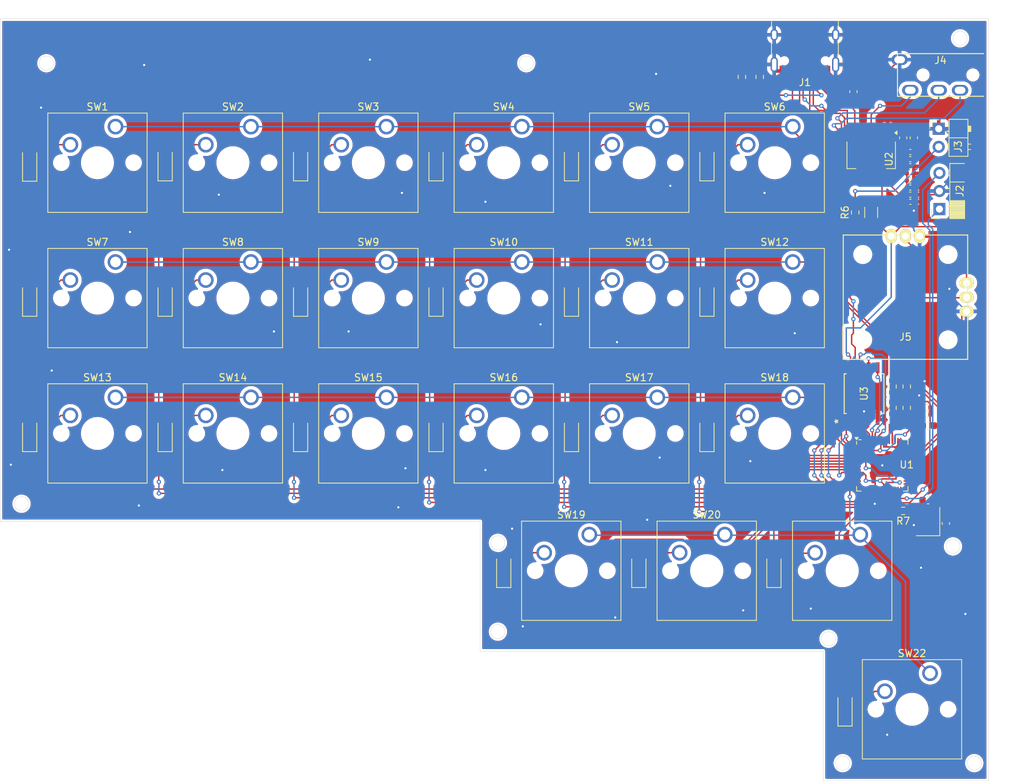
<source format=kicad_pcb>
(kicad_pcb (version 20241229) (generator "pcbnew") (generator_version "9.0")
  (layers (0 "F.Cu" signal) (2 "B.Cu" signal) (13 "F.Paste" user) (15 "B.Paste" user) (5 "F.SilkS" user "F.Silkscreen") (7 "B.SilkS" user "B.Silkscreen") (1 "F.Mask" user) (3 "B.Mask" user) (25 "Edge.Cuts" user))
  (net 0 "")
  (net 1 "VBUS")
  (net 2 "GND")
  (net 3 "+3.3V")
  (net 4 "+1V1")
  (net 5 "XIN")
  (net 6 "XOUT")
  (net 7 "Net-(D1-K)")
  (net 8 "col1")
  (net 9 "col2")
  (net 10 "Net-(D2-K)")
  (net 11 "Net-(D3-K)")
  (net 12 "col3")
  (net 13 "Net-(D4-K)")
  (net 14 "col4")
  (net 15 "col5")
  (net 16 "Net-(D5-K)")
  (net 17 "Net-(D6-K)")
  (net 18 "Net-(D7-K)")
  (net 19 "Net-(D8-K)")
  (net 20 "Net-(D9-K)")
  (net 21 "Net-(D10-K)")
  (net 22 "Net-(D11-K)")
  (net 23 "Net-(D12-K)")
  (net 24 "Net-(D13-K)")
  (net 25 "Net-(D14-K)")
  (net 26 "Net-(D15-K)")
  (net 27 "col6")
  (net 28 "Net-(D16-K)")
  (net 29 "Net-(D17-K)")
  (net 30 "Net-(D18-K)")
  (net 31 "Net-(J1-D+-PadA6)")
  (net 33 "Net-(J1-D--PadA7)")
  (net 34 "Net-(J1-CC2)")
  (net 36 "Net-(J1-CC1)")
  (net 37 "Net-(J2-Pin_1)")
  (net 38 "/USB_BOOT")
  (net 39 "GPIO23")
  (net 40 "GPIO22")
  (net 41 "GPIO20")
  (net 42 "GPIO17")
  (net 43 "GPIO16")
  (net 44 "GPIO18")
  (net 45 "GPIO21")
  (net 46 "GPIO19")
  (net 47 "GPIO27")
  (net 48 "colX1")
  (net 49 "GPIO25")
  (net 50 "Net-(D19-K)")
  (net 51 "colX2")
  (net 52 "GPIO26")
  (net 53 "Net-(D20-K)")
  (net 54 "GPIO24")
  (net 55 "GPIO29")
  (net 56 "GPIO28")
  (net 57 "colX3")
  (net 58 "USB_DM")
  (net 59 "USB_DP")
  (net 60 "QSPI_SS")
  (net 61 "row1")
  (net 62 "row2")
  (net 63 "row3")
  (net 64 "QSPI_SD0")
  (net 65 "QSPI_SD2")
  (net 66 "QSPI_SD3")
  (net 67 "Net-(J2-Pin_3)")
  (net 69 "GPIO1")
  (net 70 "QSPI_SCLK")
  (net 71 "GPIO0")
  (net 72 "QSPI_SD1")
  (net 73 "Net-(D21-K)")
  (net 74 "Net-(D22-K)")
  (net 75 "colX4")
  (net 76 "rowX")
  (net 77 "Net-(C16-Pad2)")
  (net 78 "Net-(R3-Pad1)")
  (net 79 "Net-(R4-Pad1)")
  (footprint "Capacitor_SMD:C_0603_1608Metric" (layer "F.Cu") (at 205.5 115.275 -90)
    (property "Reference" "C15" (hide yes))
    (property "Value" "30p")
  )
  (footprint "Diode_SMD:D_SOD-123" (layer "F.Cu") (at 171.901 83.749 90)
    (property "Reference" "D12" (hide yes))
    (property "Value" "D")
  )
  (footprint "Diode_SMD:D_SOD-123" (layer "F.Cu") (at 114.751 83.749 90)
    (property "Reference" "D9" (hide yes))
    (property "Value" "D")
  )
  (footprint "Button_Switch_Keyboard:SW_Cherry_MX_1.00u_PCB" (layer "F.Cu") (at 183.971 78.474)
    (property "Reference" "SW12")
    (property "Value" "SW_MEC_5G")
  )
  (footprint "Resistor_SMD:R_1206_3216Metric" (layer "F.Cu") (at 195 71.5 90)
    (property "Reference" "R5" (hide yes))
    (property "Value" "Do not fit")
  )
  (footprint "Diode_SMD:D_SOD-123" (layer "F.Cu") (at 171.901 64.699 90)
    (property "Reference" "D6" (hide yes))
    (property "Value" "D")
  )
  (footprint "Button_Switch_Keyboard:SW_Cherry_MX_1.00u_PCB" (layer "F.Cu") (at 107.771 97.524)
    (property "Reference" "SW14")
    (property "Value" "SW_MEC_5G")
  )
  (footprint "Diode_SMD:D_SOD-123" (layer "F.Cu") (at 162.321 121.924 90)
    (property "Reference" "D20" (hide yes))
    (property "Value" "D")
  )
  (footprint "Diode_SMD:D_SOD-123" (layer "F.Cu") (at 114.751 64.699 90)
    (property "Reference" "D3" (hide yes))
    (property "Value" "D")
  )
  (footprint "Capacitor_SMD:C_0402_1005Metric" (layer "F.Cu") (at 202.836515 99.934649)
    (property "Reference" "C11" (hide yes))
    (property "Value" "100n")
  )
  (footprint "footprint:JT8P-3.2T- -1-16Y" (layer "F.Cu") (at 199.821 83.424)
    (property "Reference" "J5")
    (property "Value" "Conn_01x04_Socket")
  )
  (footprint "Button_Switch_Keyboard:SW_Cherry_MX_1.00u_PCB" (layer "F.Cu") (at 183.971 97.524)
    (property "Reference" "SW18")
    (property "Value" "SW_MEC_5G")
  )
  (footprint "Diode_SMD:D_SOD-123" (layer "F.Cu") (at 76.651 102.799 90)
    (property "Reference" "D13" (hide yes))
    (property "Value" "D")
  )
  (footprint "Package_TO_SOT_SMD:SOT-223-3_TabPin2" (layer "F.Cu") (at 195 63.424 -90)
    (property "Reference" "U2")
    (property "Value" "NCP1117-3.3_SOT223")
  )
  (footprint "Resistor_SMD:R_0603_1608Metric" (layer "F.Cu") (at 200 99 90)
    (property "Reference" "R9" (hide yes))
    (property "Value" "22")
  )
  (footprint "Resistor_SMD:R_0603_1608Metric" (layer "F.Cu") (at 176.821 52.424 -90)
    (property "Reference" "R2" (hide yes))
    (property "Value" "5.1k")
  )
  (footprint "Diode_SMD:D_SOD-123" (layer "F.Cu") (at 76.651 64.744 90)
    (property "Reference" "D1" (hide yes))
    (property "Value" "D")
  )
  (footprint "footprint:SOIC_128JVSIM_WIN" (layer "F.Cu") (at 194 97 90)
    (property "Reference" "U3")
    (property "Value" "W25Q128JVS")
  )
  (footprint "Button_Switch_Keyboard:SW_Cherry_MX_1.00u_PCB" (layer "F.Cu") (at 164.921 97.524)
    (property "Reference" "SW17")
    (property "Value" "SW_MEC_5G")
  )
  (footprint "Capacitor_SMD:C_0603_1608Metric" (layer "F.Cu") (at 201 61 90)
    (property "Reference" "C10" (hide yes))
    (property "Value" "1u")
  )
  (footprint "Resistor_SMD:R_0603_1608Metric" (layer "F.Cu") (at 199.5 113.5 180)
    (property "Reference" "R7")
    (property "Value" "1K")
  )
  (footprint "Diode_SMD:D_SOD-123" (layer "F.Cu") (at 181.321 121.924 90)
    (property "Reference" "D21" (hide yes))
    (property "Value" "D")
  )
  (footprint "Button_Switch_Keyboard:SW_Cherry_MX_1.00u_PCB" (layer "F.Cu") (at 174.411 116.844)
    (property "Reference" "SW20")
    (property "Value" "SW_MEC_5G")
  )
  (footprint "Button_Switch_Keyboard:SW_Cherry_MX_1.00u_PCB" (layer "F.Cu") (at 88.721 59.424)
    (property "Reference" "SW1")
    (property "Value" "SW_MEC_5G")
  )
  (footprint "Capacitor_SMD:C_0402_1005Metric" (layer "F.Cu") (at 200.5 67)
    (property "Reference" "C4" (hide yes))
    (property "Value" "100n")
  )
  (footprint "Connector_USB:USB_C_Receptacle_HRO_TYPE-C-31-M-12" (layer "F.Cu") (at 185.68 47.55 180)
    (property "Reference" "J1")
    (property "Value" "TYPE-C-31-M-12")
  )
  (footprint "Capacitor_SMD:C_0402_1005Metric" (layer "F.Cu") (at 200.5 66)
    (property "Reference" "C14" (hide yes))
    (property "Value" "100n")
  )
  (footprint "Button_Switch_Keyboard:SW_Cherry_MX_1.00u_PCB" (layer "F.Cu") (at 164.921 78.474)
    (property "Reference" "SW11")
    (property "Value" "SW_MEC_5G")
  )
  (footprint "Diode_SMD:D_SOD-123" (layer "F.Cu") (at 152.851 102.799 90)
    (property "Reference" "D17" (hide yes))
    (property "Value" "D")
  )
  (footprint "Diode_SMD:D_SOD-123" (layer "F.Cu") (at 152.851 64.699 90)
    (property "Reference" "D5" (hide yes))
    (property "Value" "D")
  )
  (footprint "Diode_SMD:D_SOD-123" (layer "F.Cu") (at 143.321 121.924 90)
    (property "Reference" "D19" (hide yes))
    (property "Value" "D")
  )
  (footprint "Resistor_SMD:R_0603_1608Metric" (layer "F.Cu") (at 179.321 52.424 -90)
    (property "Reference" "R1" (hide yes))
    (property "Value" "5.1k")
  )
  (footprint "Button_Switch_Keyboard:SW_Cherry_MX_1.00u_PCB" (layer "F.Cu") (at 126.821 78.474)
    (property "Reference" "SW9")
    (property "Value" "SW_MEC_5G")
  )
  (footprint "Button_Switch_Keyboard:SW_Cherry_MX_1.00u_PCB" (layer "F.Cu") (at 145.871 78.474)
    (property "Reference" "SW10")
    (property "Value" "SW_MEC_5G")
  )
  (footprint "Resistor_SMD:R_0603_1608Metric" (layer "F.Cu") (at 198 99 90)
    (property "Reference" "R8" (hide yes))
    (property "Value" "22")
  )
  (footprint "Diode_SMD:D_SOD-123" (layer "F.Cu") (at 152.851 83.749 90)
    (property "Reference" "D11" (hide yes))
    (property "Value" "D")
  )
  (footprint "Button_Switch_Keyboard:SW_Cherry_MX_1.00u_PCB" (layer "F.Cu") (at 126.821 97.524)
    (property "Reference" "SW15")
    (property "Value" "SW_MEC_5G")
  )
  (footprint "Diode_SMD:D_SOD-123" (layer "F.Cu") (at 133.801 64.699 90)
    (property "Reference" "D4" (hide yes))
    (property "Value" "D")
  )
  (footprint "Button_Switch_Keyboard:SW_Cherry_MX_1.00u_PCB" (layer "F.Cu") (at 164.921 59.424)
    (property "Reference" "SW5")
    (property "Value" "SW_MEC_5G")
  )
  (footprint "Capacitor_SMD:C_0402_1005Metric" (layer "F.Cu") (at 200.5 69)
    (property "Reference" "C6" (hide yes))
    (property "Value" "100n")
  )
  (footprint "Package_DFN_QFN:QFN-56-1EP_7x7mm_P0.4mm_EP3.2x3.2mm" (layer "F.Cu") (at 196.5625 107.1)
    (property "Reference" "U1")
    (property "Value" "RP2040")
  )
  (footprint "footprint:PinHeader_1x02_P2.54mm_Horizontal" (layer "F.Cu") (at 204.5 59.725)
    (property "Reference" "J3")
    (property "Value" "Conn_01x02_Pin")
  )
  (footprint "Resistor_SMD:R_0603_1608Metric" (layer "F.Cu") (at 200 96 90)
    (property "Reference" "R3" (hide yes))
    (property "Value" "5.1")
  )
  (footprint "Diode_SMD:D_SOD-123" (layer "F.Cu") (at 76.651 83.749 90)
    (property "Reference" "D7" (hide yes))
    (property "Value" "D")
  )
  (footprint "Button_Switch_Keyboard:SW_Cherry_MX_1.00u_PCB" (layer "F.Cu") (at 88.721 97.524)
    (property "Reference" "SW13")
    (property "Value" "SW_MEC_5G")
  )
  (footprint "Diode_SMD:D_SOD-123" (layer "F.Cu") (at 171.901 102.799 90)
    (property "Reference" "D18" (hide yes))
    (property "Value" "D")
  )
  (footprint "Diode_SMD:D_SOD-123" (layer "F.Cu") (at 114.751 102.799 90)
    (property "Reference" "D15" (hide yes))
    (property "Value" "D")
  )
  (footprint "Button_Switch_Keyboard:SW_Cherry_MX_1.00u_PCB" (layer "F.Cu") (at 107.771 59.424)
    (property "Reference" "SW2")
    (property "Value" "SW_MEC_5G")
  )
  (footprint "footprint:MJ-4PP-9" (layer "F.Cu") (at 204.75 52.2 180)
    (property "Reference" "J4")
    (property "Value" "AudioJack4")
  )
  (footprint "Capacitor_SMD:C_0402_1005Metric" (layer "F.Cu") (at 202.836515 98.934649)
    (property "Reference" "C12" (hide yes))
    (property "Value" "100n")
  )
  (footprint "Diode_SMD:D_SOD-123" (layer "F.Cu") (at 95.701 83.749 90)
    (property "Reference" "D8" (hide yes))
    (property "Value" "D")
  )
  (footprint "Diode_SMD:D_SOD-123" (layer "F.Cu") (at 95.701 64.699 90)
    (property "Reference" "D2" (hide yes))
    (property "Value" "D")
  )
  (footprint "Button_Switch_Keyboard:SW_Cherry_MX_1.00u_PCB" (layer "F.Cu") (at 126.821 59.424)
    (property "Reference" "SW3")
    (property "Value" "SW_MEC_5G")
  )
  (footprint "Capacitor_SMD:C_0603_1608Metric" (layer "F.Cu") (at 199.5 61 90)
    (property "Reference" "C2" (hide yes))
    (property "Value" "10u")
  )
  (footprint "Capacitor_SMD:C_0402_1005Metric" (layer "F.Cu") (at 200.5 64)
    (property "Reference" "C9" (hide yes))
    (property "Value" "100n")
  )
  (footprint "Button_Switch_Keyboard:SW_Cherry_MX_1.00u_PCB" (layer "F.Cu") (at 145.871 59.424)
    (property "Reference" "SW4")
    (property "Value" "SW_MEC_5G")
  )
  (footprint "Button_Switch_Keyboard:SW_Cherry_MX_1.00u_PCB" (layer "F.Cu") (at 183.971 59.424)
    (property "Reference" "SW6")
    (property "Value" "SW_MEC_5G")
  )
  (footprint "Button_Switch_Keyboard:SW_Cherry_MX_1.00u_PCB" (layer "F.Cu") (at 107.771 78.474)
    (property "Reference" "SW8")
    (property "Value" "SW_MEC_5G")
  )
  (footprint "Capacitor_SMD:C_0603_1608Metric" (layer "F.Cu") (at 203.035515 101.510649)
    (property "Reference" "C13" (hide yes))
    (property "Value" "1u")
  )
  (footprint "Capacitor_SMD:C_0402_1005Metric" (layer "F.Cu") (at 200.5 68)
    (property "Reference" "C8" (hide yes))
    (property "Value" "100n")
  )
  (footprint "Diode_SMD:D_SOD-123" (layer "F.Cu") (at 191.321 141.424 90)
    (property "Reference" "D22" (hide yes))
    (property "Value" "D")
  )
  (footprint "Capacitor_SMD:C_0402_1005Metric" (layer "F.Cu") (at 200.5 63)
    (property "Reference" "C3" (hide yes))
    (property "Value" "100n")
  )
  (footprint "Capacitor_SMD:C_0603_1608Metric" (layer "F.Cu") (at 192.5 54.5 90)
    (property "Reference" "C1" (hide yes))
    (property "Value" "10u")
  )
  (footprint "Button_Switch_Keyboard:SW_Cherry_MX_1.00u_PCB" (layer "F.Cu") (at 203.281 136.344)
    (property "Reference" "SW22")
    (property "Value" "SW_MEC_5G")
  )
  (footprint "Capacitor_SMD:C_0603_1608Metric" (layer "F.Cu") (at 203 112 180)
    (property "Reference" "C16" (hide yes))
    (property "Value" "30p")
  )
  (footprint "Diode_SMD:D_SOD-123" (layer "F.Cu") (at 133.801 102.799 90)
    (property "Reference" "D16" (hide yes))
    (property "Value" "D")
  )
  (footprint "Resistor_SMD:R_0603_1608Metric" (layer "F.Cu") (at 198 96 90)
    (property "Reference" "R4" (hide yes))
    (property "Value" "5.1")
  )
  (footprint "Diode_SMD:D_SOD-123" (layer "F.Cu") (at 133.801 83.749 90)
    (property "Reference" "D10" (hide yes))
    (property "Value" "D")
  )
  (footprint "Resistor_SMD:R_0603_1608Metric" (layer "F.Cu") (at 192.75 71.5 90)
    (property "Reference" "R6")
    (property "Value" "1k")
  )
  (footprint "footprint:PinSocket_1x03_P2.54mm_Horizontal" (layer "F.Cu") (at 204.6 71.025 180)
    (property "Reference" "J2")
    (property "Value" "Conn_01x03_Socket")
  )
  (footprint "Diode_SMD:D_SOD-123" (layer "F.Cu") (at 95.701 102.799 90)
    (property "Reference" "D14" (hide yes))
    (property "Value" "D")
  )
  (footprint "Capacitor_SMD:C_0402_1005Metric" (layer "F.Cu") (at 200.5 70)
    (property "Reference" "C5" (hide yes))
    (property "Value" "100n")
  )
  (footprint "Crystal:Crystal_SMD_3225-4Pin_3.2x2.5mm" (layer "F.Cu") (at 203 115 90)
    (property "Reference" "Y1" (hide yes))
    (property "Value" "Crystal_GND23")
  )
  (footprint "Button_Switch_Keyboard:SW_Cherry_MX_1.00u_PCB" (layer "F.Cu") (at 155.361 116.844)
    (property "Reference" "SW19")
    (property "Value" "SW_MEC_5G")
  )
  (footprint "Button_Switch_Keyboard:SW_Cherry_MX_1.00u_PCB" (layer "F.Cu") (at 88.721 78.474)
    (property "Reference" "SW7")
    (property "Value" "SW_MEC_5G")
  )
  (footprint "Button_Switch_Keyboard:SW_Cherry_MX_1.00u_PCB" (layer "F.Cu") (at 145.871 97.524)
    (property "Reference" "SW16")
    (property "Value" "SW_key")
  )
  (footprint "Button_Switch_Keyboard:SW_Cherry_MX_1.00u_PCB" (layer "F.Cu") (at 193.461 116.844)
    (property "Reference" "SW21" (hide yes))
    (property "Value" "SW_MEC_5G")
  )
  (footprint "Capacitor_SMD:C_0402_1005Metric" (layer "F.Cu") (at 200.5 65)
    (property "Reference" "C7" (hide yes))
    (property "Value" "100n")
  )
  (gr_line (start 140 115) (end 140 133.25) (stroke (width 0.05)) (layer "Edge.Cuts"))
  (gr_line (start 72.5 46.5) (end 72.5 44.25) (stroke (width 0.05)) (layer "Edge.Cuts"))
  (gr_circle (center 191 149) (end 191 148) (stroke (width 0.05)) (fill no) (layer "Edge.Cuts"))
  (gr_line (start 72.5 115) (end 140 115) (stroke (width 0.05)) (layer "Edge.Cuts"))
  (gr_circle (center 206.5 118.5) (end 206.5 117.5) (stroke (width 0.05)) (fill no) (layer "Edge.Cuts"))
  (gr_line (start 72.5 44.25) (end 211.5 44.25) (stroke (width 0.05)) (layer "Edge.Cuts"))
  (gr_circle (center 75.5 112.5) (end 75.5 111.5) (stroke (width 0.05)) (fill no) (layer "Edge.Cuts"))
  (gr_line (start 211.5 151.5) (end 188.25 151.5) (stroke (width 0.05)) (layer "Edge.Cuts"))
  (gr_line (start 140 133.25) (end 188.25 133.25) (stroke (width 0.05)) (layer "Edge.Cuts"))
  (gr_line (start 188.25 133.25) (end 188.25 151.5) (stroke (width 0.05)) (layer "Edge.Cuts"))
  (gr_line (start 211.5 44.25) (end 211.5 44.5) (stroke (width 0.05)) (layer "Edge.Cuts"))
  (gr_circle (center 142.5 118) (end 142.5 117) (stroke (width 0.05)) (fill no) (layer "Edge.Cuts"))
  (gr_circle (center 146.5 50.5) (end 146.5 49.5) (stroke (width 0.05)) (fill no) (layer "Edge.Cuts"))
  (gr_line (start 72.5 46.5) (end 72.5 115) (stroke (width 0.05)) (layer "Edge.Cuts"))
  (gr_circle (center 189 131.5) (end 188 131.5) (stroke (width 0.05)) (fill no) (layer "Edge.Cuts"))
  (gr_circle (center 79 50.5) (end 79 49.5) (stroke (width 0.05)) (fill no) (layer "Edge.Cuts"))
  (gr_circle (center 209.5 149) (end 209.5 148) (stroke (width 0.05)) (fill no) (layer "Edge.Cuts"))
  (gr_circle (center 207.5 47) (end 206.5 47) (stroke (width 0.05)) (fill no) (layer "Edge.Cuts"))
  (gr_circle (center 142.5 130.5) (end 142.5 129.5) (stroke (width 0.05)) (fill no) (layer "Edge.Cuts"))
  (gr_line (start 211.5 44.5) (end 211.5 151.5) (stroke (width 0.05)) (layer "Edge.Cuts"))
  (segment (start 188.13 50.813073) (end 188.13 51.595) (width 0.2) (layer "F.Cu") (net 1))
  (segment (start 192.7 57.2) (end 192.7 60.274) (width 0.2) (layer "F.Cu") (net 1))
  (segment (start 192.5 57) (end 192.5 55.275) (width 0.2) (layer "F.Cu") (net 1))
  (segment (start 189 55) (end 188.56 54.56) (width 0.2) (layer "F.Cu") (net 1))
  (segment (start 187.816927 50.5) (end 188.13 50.813073) (width 0.2) (layer "F.Cu") (net 1))
  (segment (start 188.13 54.13) (end 189 55) (width 0.2) (layer "F.Cu") (net 1))
  (segment (start 192.7 57.2) (end 192.5 57) (width 0.2) (layer "F.Cu") (net 1))
  (segment (start 192.5 55.275) (end 189.275 55.275) (width 0.2) (layer "F.Cu") (net 1))
  (segment (start 183.507731 50.5) (end 187.816927 50.5) (width 0.2) (layer "F.Cu") (net 1))
  (segment (start 183.23 50.777731) (end 183.507731 50.5) (width 0.2) (layer "F.Cu") (net 1))
  (segment (start 189.275 55.275) (end 189 55) (width 0.2) (layer "F.Cu") (net 1))
  (segment (start 183.23 51.595) (end 183.23 50.777731) (width 0.2) (layer "F.Cu") (net 1))
  (segment (start 188.13 51.595) (end 188.13 54.13) (width 0.2) (layer "F.Cu") (net 1))
  (segment (start 197.5499 99) (end 201 99) (width 0.2) (layer "F.Cu") (net 2))
  (segment (start 205.5 114.5) (end 204.45 114.5) (width 0.2) (layer "F.Cu") (net 2))
  (segment (start 200.98 70) (end 200.98 63) (width 0.2) (layer "F.Cu") (net 2))
  (segment (start 201.871205 98.112287) (end 201.5 98.483492) (width 0.2) (layer "F.Cu") (net 2))
  (segment (start 201.5 63) (end 202 62.5) (width 0.2) (layer "F.Cu") (net 2))
  (segment (start 195.905 100.6449) (end 195.905 99.905) (width 0.2) (layer "F.Cu") (net 2))
  (segment (start 204.45 114.5) (end 203.85 113.9) (width 0.2) (layer "F.Cu") (net 2))
  (segment (start 197.3 53.36) (end 196.47 52.53) (width 0.2) (layer "F.Cu") (net 2))
  (segment (start 201.821 74.824) (end 201.5 75.145) (width 0.2) (layer "F.Cu") (net 2))
  (segment (start 195.5625 110.5375) (end 195.5625 108.1) (width 0.2) (layer "F.Cu") (net 2))
  (segment (start 203.316515 98.478413) (end 202.950389 98.112287) (width 0.2) (layer "F.Cu") (net 2))
  (segment (start 203.316515 99.934649) (end 203.316515 98.934649) (width 0.2) (layer "F.Cu") (net 2))
  (segment (start 198.424 50) (end 199 50) (width 0.2) (layer "F.Cu") (net 2))
  (segment (start 201 60.225) (end 201.725 60.225) (width 0.2) (layer "F.Cu") (net 2))
  (segment (start 203.316515 101.016649) (end 203.810515 101.510649) (width 0.2) (layer "F.Cu") (net 2))
  (segment (start 197.3 60.274) (end 197.3 53.36) (width 0.2) (layer "F.Cu") (net 2))
  (segment (start 190.43 52.53) (end 196.47 52.53) (width 0.2) (layer "F.Cu") (net 2))
  (segment (start 197.3 60.274) (end 200.951 60.274) (width 0.2) (layer "F.Cu") (net 2))
  (segment (start 188.93 51.595) (end 189.865 52.53) (width 0.2) (layer "F.Cu") (net 2))
  (segment (start 204.1 112.325) (end 203.775 112) (width 0.2) (layer "F.Cu") (net 2))
  (segment (start 192.5 53.725) (end 191.625 53.725) (width 0.2) (layer "F.Cu") (net 2))
  (segment (start 195.5625 110.5375) (end 195.5625 111.5) (width 0.2) (layer "F.Cu") (net 2))
  (segment (start 203.775 113.825) (end 203.85 113.9) (width 0.2) (layer "F.Cu") (net 2))
  (segment (start 200.951 60.274) (end 201 60.225) (width 0.2) (layer "F.Cu") (net 2))
  (segment (start 201 98.99138) (end 201.503944 98.487436) (width 0.2) (layer "F.Cu") (net 2))
  (segment (start 195.5625 108.1) (end 196.5625 107.1) (width 0.2) (layer "F.Cu") (net 2))
  (segment (start 195.5625 111.5) (end 195.5625 112.4375) (width 0.2) (layer "F.Cu") (net 2))
  (segment (start 200.98 63) (end 201.5 63) (width 0.2) (layer "F.Cu") (net 2))
  (segment (start 201.75 97.991082) (end 201.75 97.25) (width 0.2) (layer "F.Cu") (net 2))
  (segment (start 195.5 99.5) (end 194 99.5) (width 0.2) (layer "F.Cu") (net 2))
  (segment (start 195.905 100.6449) (end 197.5499 99) (width 0.2) (layer "F.Cu") (net 2))
  (segment (start 202.15 116.1) (end 201.6 116.1) (width 0.2) (layer "F.Cu") (net 2))
  (segment (start 204.6 68.485) (end 204.085 69) (width 0.2) (layer "F.Cu") (net 2))
  (segment (start 202.950389 98.112287) (end 201.871205 98.112287) (width 0.2) (layer "F.Cu") (net 2))
  (segment (start 201.6 116.1) (end 201 115.5) (width 0.2) (layer "F.Cu") (net 2))
  (segment (start 200.98 71.23) (end 201 71.25) (width 0.2) (layer "F.Cu") (net 2))
  (segment (start 201.871205 98.112287) (end 201.75 97.991082) (width 0.2) (layer "F.Cu") (net 2))
  (segment (start 189.865 52.53) (end 190.43 52.53) (width 0.2) (layer "F.Cu") (net 2))
  (segment (start 195.905 99.905) (end 195.5 99.5) (width 0.2) (layer "F.Cu") (net 2))
  (segment (start 200.98 70) (end 200.98 71.23) (width 0.2) (layer "F.Cu") (net 2))
  (segment (start 207.75 86.095) (end 208.421 85.424) (width 0.2) (layer "F.Cu") (net 2))
  (segment (start 203.316515 98.934649) (end 203.316515 98.478413) (width 0.2) (layer "F.Cu") (net 2))
  (segment (start 201.725 60.225) (end 202 60.5) (width 0.2) (layer "F.Cu") (net 2))
  (segment (start 195.5625 112.4375) (end 195.5 112.5) (width 0.2) (layer "F.Cu") (net 2))
  (segment (start 191.625 53.725) (end 190.43 52.53) (width 0.2) (layer "F.Cu") (net 2))
  (segment (start 201.821 78.071) (end 206 82.25) (width 0.2) (layer "F.Cu") (net 2))
  (segment (start 207.75 93.75) (end 207.75 86.095) (width 0.2) (layer "F.Cu") (net 2))
  (segment (start 203.775 112) (end 203.775 113.825) (width 0.2) (layer "F.Cu") (net 2))
  (segment (start 201.821 74.824) (end 201.821 78.071) (width 0.2) (layer "F.Cu") (net 2))
  (segment (start 201 99) (end 201 98.99138) (width 0.2) (layer "F.Cu") (net 2))
  (segment (start 196.47 52.53) (end 199 50) (width 0.2) (layer "F.Cu") (net 2))
  (segment (start 202 60.5) (end 202 62.5) (width 0.2) (layer "F.Cu") (net 2))
  (segment (start 201 60.225) (end 201.5 59.725) (width 0.2) (layer "F.Cu") (net 2))
  (segment (start 201.5 59.725) (end 204.5 59.725) (width 0.2) (layer "F.Cu") (net 2))
  (segment (start 204.085 69) (end 200.98 69) (width 0.2) (layer "F.Cu") (net 2))
  (segment (start 203.316515 99.934649) (end 203.316515 101.016649) (width 0.2) (layer "F.Cu") (net 2))
  (via (at 196.5625 107.1) (size 0.6) (drill 0.3) (layers "F.Cu" "B.Cu") (net 2))
  (via (at 197.25 145) (size 0.6) (drill 0.3) (layers "F.Cu" "B.Cu") (net 2))
  (via (at 103.25 69) (size 0.6) (drill 0.3) (layers "F.Cu" "B.Cu") (net 2))
  (via (at 129.5 107.5) (size 0.6) (drill 0.3) (layers "F.Cu" "B.Cu") (net 2))
  (via (at 202 121.5) (size 0.6) (drill 0.3) (layers "F.Cu" "B.Cu") (net 2))
  (via (at 79.75 93.75) (size 0.6) (drill 0.3) (layers "F.Cu" "B.Cu") (net 2))
  (via (at 140.75 107.75) (size 0.6) (drill 0.3) (layers "F.Cu" "B.Cu") (net 2))
  (via (at 74 107) (size 0.6) (drill 0.3) (layers "F.Cu" "B.Cu") (net 2))
  (via (at 146 129.75) (size 0.6) (drill 0.3) (layers "F.Cu" "B.Cu") (net 2))
  (via (at 140.75 70) (size 0.6) (drill 0.3) (layers "F.Cu" "B.Cu") (net 2))
  (via (at 201 71.25) (size 0.6) (drill 0.3) (layers "F.Cu" "B.Cu") (net 2))
  (via (at 184.25 88.5) (size 0.6) (drill 0.3) (layers "F.Cu" "B.Cu") (net 2))
  (via (at 177 127.5) (size 0.6) (drill 0.3) (layers "F.Cu" "B.Cu") (net 2))
  (via (at 121.5 88.25) (size 0.6) (drill 0.3) (layers "F.Cu" "B.Cu") (net 2))
  (via (at 159.25 89.75) (size 0.6) (drill 0.3) (layers "F.Cu" "B.Cu") (net 2))
  (via (at 194 99.5) (size 0.6) (drill 0.3) (layers "F.Cu" "B.Cu") (net 2))
  (via (at 103.75 107.75) (size 0.6) (drill 0.3) (layers "F.Cu" "B.Cu") (net 2))
  (via (at 90.75 74.25) (size 0.6) (drill 0.3) (layers "F.Cu" "B.Cu") (net 2))
  (via (at 164.75 52) (size 0.6) (drill 0.3) (layers "F.Cu" "B.Cu") (net 2))
  (via (at 186.5 127.25) (size 0.6) (drill 0.3) (layers "F.Cu" "B.Cu") (net 2))
  (via (at 180 68.75) (size 0.6) (drill 0.3) (layers "F.Cu" "B.Cu") (net 2))
  (via (at 92.75 50.75) (size 0.6) (drill 0.3) (layers "F.Cu" "B.Cu") (net 2))
  (via (at 159 128.5) (size 0.6) (drill 0.3) (layers "F.Cu" "B.Cu") (net 2))
  (via (at 178 106.5) (size 0.6) (drill 0.3) (layers "F.Cu" "B.Cu") (net 2))
  (via (at 201 115.5) (size 0.6) (drill 0.3) (layers "F.Cu" "B.Cu") (net 2))
  (via (at 202.5 95.25) (size 0.6) (drill 0.3) (layers "F.Cu" "B.Cu") (net 2))
  (via (at 166.75 67.75) (size 0.6) (drill 0.3) (layers "F.Cu" "B.Cu") (net 2))
  (via (at 165.25 106) (size 0.6) (drill 0.3) (layers "F.Cu" "B.Cu") (net 2))
  (via (at 148.5 87.25) (size 0.6) (drill 0.3) (layers "F.Cu" "B.Cu") (net 2))
  (via (at 163.5 114.75) (size 0.6) (drill 0.3) (layers "F.Cu" "B.Cu") (net 2))
  (via (at 73.75 76.75) (size 0.6) (drill 0.3) (layers "F.Cu" "B.Cu") (net 2))
  (via (at 78.25 56.75) (size 0.6) (drill 0.3) (layers "F.Cu" "B.Cu") (net 2))
  (via (at 111 88.25) (size 0.6) (drill 0.3) (layers "F.Cu" "B.Cu") (net 2))
  (via (at 206 82.25) (size 0.6) (drill 0.3) (layers "F.Cu" "B.Cu") (net 2))
  (via (at 128.5 113) (size 0.6) (drill 0.3) (layers "F.Cu" "B.Cu") (net 2))
  (via (at 144.5 116) (size 0.6) (drill 0.3) (layers "F.Cu" "B.Cu") (net 2))
  (via (at 201.75 97.25) (size 0.6) (drill 0.3) (layers "F.Cu" "B.Cu") (net 2))
  (via (at 195.5 112.5) (size 0.6) (drill 0.3) (layers "F.Cu" "B.Cu") (net 2))
  (via (at 208.25 128) (size 0.6) (drill 0.3) (layers "F.Cu" "B.Cu") (net 2))
  (via (at 92 112.75) (size 0.6) (drill 0.3) (layers "F.Cu" "B.Cu") (net 2))
  (via (at 124.5 50) (size 0.6) (drill 0.3) (layers "F.Cu" "B.Cu") (net 2))
  (via (at 129 68.75) (size 0.6) (drill 0.3) (layers "F.Cu" "B.Cu") (net 2))
  (segment (start 206 60.5) (end 206 67.085) (width 0.2) (layer "B.Cu") (net 2))
  (segment (start 201.75 96) (end 201.75 97.25) (width 0.2) (layer "B.Cu") (net 2))
  (segment (start 206 82.25) (end 206 83.003) (width 0.2) (layer "B.Cu") (net 2))
  (segment (start 201 71.25) (end 201 74.003) (width 0.2) (layer "B.Cu") (net 2))
  (segment (start 194 104.5375) (end 194 99.5) (width 0.2) (layer "B.Cu") (net 2))
  (segment (start 201 74.003) (end 201.821 74.824) (width 0.2) (layer "B.Cu") (net 2))
  (segment (start 202.5 95.25) (end 201.75 96) (width 0.2) (layer "B.Cu") (net 2))
  (segment (start 204.5 59.725) (end 205.225 59.725) (width 0.2) (layer "B.Cu") (net 2))
  (segment (start 206 67.085) (end 204.6 68.485) (width 0.2) (layer "B.Cu") (net 2))
  (segment (start 206 83.003) (end 208.421 85.424) (width 0.2) (layer "B.Cu") (net 2))
  (segment (start 205.225 59.725) (end 206 60.5) (width 0.2) (layer "B.Cu") (net 2))
  (segment (start 196.5625 107.1) (end 194 104.5375) (width 0.2) (layer "B.Cu") (net 2))
  (segment (start 191.5 103.5) (end 191.5 103) (width 0.2) (layer "F.Cu") (net 3))
  (segment (start 207 73.5) (end 199.145 73.5) (width 0.2) (layer "F.Cu") (net 3))
  (segment (start 193.125 104.5) (end 192.5 104.5) (width 0.2) (layer "F.Cu") (net 3))
  (segment (start 196.7625 109.7625) (end 196.7625 110.5375) (width 0.2) (layer "F.Cu") (net 3))
  (segment (start 193.125 108.1) (end 191.627978 108.1) (width 0.2) (layer "F.Cu") (net 3))
  (segment (start 198.5 104.5) (end 198.75 104.5) (width 0.2) (layer "F.Cu") (net 3))
  (segment (start 194 108.25) (end 194.25 108.5) (width 0.2) (layer "F.Cu") (net 3))
  (segment (start 193.85 108.1) (end 194 108.25) (width 0.2) (layer "F.Cu") (net 3))
  (segment (start 191.5 93.9501) (end 192.095 93.3551) (width 0.2) (layer "F.Cu") (net 3))
  (segment (start 198.5 104.75) (end 198.75 104.5) (width 0.2) (layer "F.Cu") (net 3))
  (segment (start 197.1625 103.6625) (end 197.1625 104.4125) (width 0.2) (layer "F.Cu") (net 3))
  (segment (start 198.25 104.5) (end 198.5 104.5) (width 0.2) (layer "F.Cu") (net 3))
  (segment (start 200 108.1) (end 198.6 108.1) (width 0.2) (layer "F.Cu") (net 3))
  (segment (start 192.095 91.845) (end 191.75 91.5) (width 0.2) (layer "F.Cu") (net 3))
  (segment (start 199.1625 103.6625) (end 199.1625 104.3375) (width 0.2) (layer "F.Cu") (net 3))
  (segment (start 196 62) (end 199.275 62) (width 0.2) (layer "F.Cu") (net 3))
  (segment (start 198.6 108.1) (end 198.5 108) (width 0.2) (layer "F.Cu") (net 3))
  (segment (start 196.521 70) (end 196.521 73.624) (width 0.2) (layer "F.Cu") (net 3))
  (segment (start 192.5 104.5) (end 191.5 103.5) (width 0.2) (layer "F.Cu") (net 3))
  (segment (start 196.7625 103.6625) (end 197.1625 103.6625) (width 0.2) (layer "F.Cu") (net 3))
  (segment (start 195 60.274) (end 195 61) (width 0.2) (layer "F.Cu") (net 3))
  (segment (start 199.145 73.5) (end 197.821 74.824) (width 0.2) (layer "F.Cu") (net 3))
  (segment (start 195 61) (end 196 62) (width 0.2) (layer "F.Cu") (net 3))
  (segment (start 193.125 108.1) (end 193.85 108.1) (width 0.2) (layer "F.Cu") (net 3))
  (segment (start 198.75 104.5) (end 199 104.5) (width 0.2) (layer "F.Cu") (net 3))
  (segment (start 198.5 109) (end 198.5 108.25) (width 0.2) (layer "F.Cu") (net 3))
  (segment (start 196.7625 104.5) (end 197.25 104.5) (width 0.2) (layer "F.Cu") (net 3))
  (segment (start 198.75 104.25) (end 198.75 104.5) (width 0.2) (layer "F.Cu") (net 3))
  (segment (start 196.25 109.25) (end 196.5 109) (width 0.2) (layer "F.Cu") (net 3))
  (segment (start 190.9 108.1) (end 190.5 108.5) (width 0.2) (layer "F.Cu") (net 3))
  (segment (start 192.095 93.3551) (end 192.095 91.845) (width 0.2) (layer "F.Cu") (net 3))
  (segment (start 199.1625 104.3375) (end 199.1625 104.4125) (width 0.2) (layer "F.Cu") (net 3))
  (segment (start 197.721 74.824) (end 197.821 74.824) (width 0.2) (layer "F.Cu") (net 3))
  (segment (start 200 104.5) (end 199.1625 103.6625) (width 0.2) (layer "F.Cu") (net 3))
  (segment (start 196.521 73.624) (end 197.721 74.824) (width 0.2) (layer "F.Cu") (net 3))
  (segment (start 198.5 108.25) (end 198.5 108) (width 0.2) (layer "F.Cu") (net 3))
  (segment (start 195 57.75) (end 196 56.75) (width 0.2) (layer "F.Cu") (net 3))
  (segment (start 198.7625 104.2375) (end 198.75 104.25) (width 0.2) (layer "F.Cu") (net 3))
  (segment (start 199.5 61.775) (end 201 61.775) (width 0.2) (layer "F.Cu") (net 3))
  (segment (start 198.7625 103.6625) (end 199.1625 103.6625) (width 0.2) (layer "F.Cu") (net 3))
  (segment (start 199.25 104.5) (end 200 104.5) (width 0.2) (layer "F.Cu") (net 3))
  (segment (start 198.7625 103.6625) (end 198.7625 104.2375) (width 0.2) (layer "F.Cu") (net 3))
  (segment (start 199.1625 104.3375) (end 199 104.5) (width 0.2) (layer "F.Cu") (net 3))
  (segment (start 208.421 74.921) (end 207 73.5) (width 0.2) (layer "F.Cu") (net 3))
  (segment (start 191.5 103) (end 191.5 93.9501) (width 0.2) (layer "F.Cu") (net 3))
  (segment (start 199.275 62) (end 199.5 61.775) (width 0.2) (layer "F.Cu") (net 3))
  (segment (start 196.4835 70.0375) (end 196.521 70) (width 0.2) (layer "F.Cu") (net 3))
  (segment (start 196 56.75) (end 196.25 56.5) (width 0.2) (layer "F.Cu") (net 3))
  (segment (start 198.65 108.1) (end 198.5 108.25) (width 0.2) (layer "F.Cu") (net 3))
  (segment (start 195 70.0375) (end 196.4835 70.0375) (width 0.2) (layer "F.Cu") (net 3))
  (segment (start 199 104.475) (end 199 104.5) (width 0.2) (layer "F.Cu") (net 3))
  (segment (start 199 104.5) (end 199.25 104.5) (width 0.2) (layer "F.Cu") (net 3))
  (segment (start 198.7625 104.2375) (end 198.5 104.5) (width 0.2) (layer "F.Cu") (net 3))
  (segment (start 198.5 105) (end 198.5 104.75) (width 0.2) (layer "F.Cu") (net 3))
  (segment (start 198.5 105) (end 198.5 104.5) (width 0.2) (layer "F.Cu") (net 3))
  (segment (start 196.521 66.574) (end 196.521 70) (width 0.2) (layer "F.Cu") (net 3))
  (segment (start 198.7625 104.2375) (end 199 104.475) (width 0.2) (layer "F.Cu") (net 3))
  (segment (start 194.25 108.5) (end 194.25 109.25) (width 0.2) (layer "F.Cu") (net 3))
  (segment (start 197.1625 104.4125) (end 197.25 104.5) (width 0.2) (layer "F.Cu") (net 3))
  (segment (start 196.594 66.574) (end 200.02 70) (width 0.2) (layer "F.Cu") (net 3))
  (segment (start 199.5 61.775) (end 199.5 62.48) (width 0.2) (layer "F.Cu") (net 3))
  (segment (start 200 108.1) (end 198.65 108.1) (width 0.2) (layer "F.Cu") (net 3))
  (segment (start 196.7625 103.6625) (end 196.7625 104.5) (width 0.2) (layer "F.Cu") (net 3))
  (segment (start 200.02 70) (end 200.02 63) (width 0.2) (layer "F.Cu") (net 3))
  (segment (start 199.1625 104.4125) (end 199.25 104.5) (width 0.2) (layer "F.Cu") (net 3))
  (segment (start 196.25 109.25) (end 196.7625 109.7625) (width 0.2) (layer "F.Cu") (net 3))
  (segment (start 197.25 104.5) (end 198.25 104.5) (width 0.2) (layer "F.Cu") (net 3))
  (segment (start 191.627978 108.1) (end 190.9 108.1) (width 0.2) (layer "F.Cu") (net 3))
  (segment (start 208.421 81.424) (end 208.421 74.921) (width 0.2) (layer "F.Cu") (net 3))
  (segment (start 196.5 109) (end 198.5 109) (width 0.2) (layer "F.Cu") (net 3))
  (segment (start 195 66.574) (end 196.594 66.574) (width 0.2) (layer "F.Cu") (net 3))
  (segment (start 199.5 62.48) (end 200.02 63) (width 0.2) (layer "F.Cu") (net 3))
  (segment (start 198.5 108) (end 198.5 105) (width 0.2) (layer "F.Cu") (net 3))
  (segment (start 198.5 104.75) (end 198.25 104.5) (width 0.2) (layer "F.Cu") (net 3))
  (segment (start 195 60.274) (end 195 57.75) (width 0.2) (layer "F.Cu") (net 3))
  (via (at 190.5 108.5) (size 0.6) (drill 0.3) (layers "F.Cu" "B.Cu") (net 3))
  (via (at 191.5 103) (size 0.6) (drill 0.3) (layers "F.Cu" "B.Cu") (net 3))
  (via (at 196.25 109.25) (size 0.6) (drill 0.3) (layers "F.Cu" "B.Cu") (net 3))
  (via (at 194.25 109.25) (size 0.6) (drill 0.3) (layers "F.Cu" "B.Cu") (net 3))
  (via (at 191.75 91.5) (size 0.6) (drill 0.3) (layers "F.Cu" "B.Cu") (net 3))
  (via (at 196.25 56.5) (size 0.6) (drill 0.3) (layers "F.Cu" "B.Cu") (net 3))
  (segment (start 199.25 56.5) (end 200.5 55.25) (width 0.2) (layer "B.Cu") (net 3))
  (segment (start 190.5 104) (end 191.5 103) (width 0.2) (layer "B.Cu") (net 3))
  (segment (start 191.5 87.75) (end 191.5 91.25) (width 0.2) (layer "B.Cu") (net 3))
  (segment (start 194.25 109.25) (end 196.25 109.25) (width 0.2) (layer "B.Cu") (net 3))
  (segment (start 191.5 91.25) (end 191.75 91.5) (width 0.2) (layer "B.Cu") (net 3))
  (segment (start 196.25 56.5) (end 199.25 56.5) (width 0.2) (layer "B.Cu") (net 3))
  (segment (start 190.5 108.5) (end 190.5 104) (width 0.2) (layer "B.Cu") (net 3))
  (segment (start 197.821 74.824) (end 197.821 83.429) (width 0.2) (layer "B.Cu") (net 3))
  (segment (start 193.5 87.75) (end 191.5 87.75) (width 0.2) (layer "B.Cu") (net 3))
  (segment (start 197.821 83.429) (end 193.5 87.75) (width 0.2) (layer "B.Cu") (net 3))
  (segment (start 200.5 55.25) (end 200.5 54.3) (width 0.2) (layer "B.Cu") (net 3))
  (segment (start 201.771164 102) (end 202.260515 101.510649) (width 0.2) (layer "F.Cu") (net 4))
  (segment (start 194.25 105.5) (end 194.25 107.5) (width 0.2) (layer "F.Cu") (net 4))
  (segment (start 198.3625 103.6625) (end 198.3625 102.8875) (width 0.2) (layer "F.Cu") (net 4))
  (segment (start 202.260515 101.510649) (end 202.260515 100.030649) (width 0.2) (layer "F.Cu") (net 4))
  (segment (start 199 109.5) (end 197.5 109.5) (width 0.2) (layer "F.Cu") (net 4))
  (segment (start 196.3625 103.6625) (end 196.3625 104.8875) (width 0.2) (layer "F.Cu") (net 4))
  (segment (start 202.356515 98.934649) (end 202.356515 99.934649) (width 0.2) (layer "F.Cu") (net 4))
  (segment (start 202.260515 100.030649) (end 202.356515 99.934649) (width 0.2) (layer "F.Cu") (net 4))
  (segment (start 200.5 102) (end 201.771164 102) (width 0.2) (layer "F.Cu") (net 4))
  (segment (start 196.25 105) (end 194.75 105) (width 0.2) (layer "F.Cu") (net 4))
  (segment (start 194.5 105.25) (end 194.25 105.5) (width 0.2) (layer "F.Cu") (net 4))
  (segment (start 194.75 105) (end 194.5 105.25) (width 0.2) (layer "F.Cu") (net 4))
  (segment (start 196.3625 104.8875) (end 196.25 105) (width 0.2) (layer "F.Cu") (net 4))
  (segment (start 198.3625 102.8875) (end 198.5 102.75) (width 0.2) (layer "F.Cu") (net 4))
  (segment (start 199.75 102.75) (end 200.5 102) (width 0.2) (layer "F.Cu") (net 4))
  (segment (start 198.5 102.75) (end 199.75 102.75) (width 0.2) (layer "F.Cu") (net 4))
  (segment (start 197.1625 109.8375) (end 197.1625 110.5375) (width 0.2) (layer "F.Cu") (net 4))
  (segment (start 197.5 109.5) (end 197.1625 109.8375) (width 0.2) (layer "F.Cu") (net 4))
  (via (at 196.25 105) (size 0.6) (drill 0.3) (layers "F.Cu" "B.Cu") (net 4))
  (via (at 199.75 102.75) (size 0.6) (drill 0.3) (layers "F.Cu" "B.Cu") (net 4))
  (via (at 194.25 107.5) (size 0.6) (drill 0.3) (layers "F.Cu" "B.Cu") (net 4))
  (via (at 199 109.5) (size 0.6) (drill 0.3) (layers "F.Cu" "B.Cu") (net 4))
  (segment (start 196.25 105) (end 197.25 105) (width 0.2) (layer "B.Cu") (net 4))
  (segment (start 198.25 109.5) (end 199 109.5) (width 0.2) (layer "B.Cu") (net 4))
  (segment (start 196 108.5) (end 197.25 108.5) (width 0.2) (layer "B.Cu") (net 4))
  (segment (start 198.25 103) (end 198.5 102.75) (width 0.2) (layer "B.Cu") (net 4))
  (segment (start 197.25 108.5) (end 198.25 109.5) (width 0.2) (layer "B.Cu") (net 4))
  (segment (start 198.5 102.75) (end 199.75 102.75) (width 0.2) (layer "B.Cu") (net 4))
  (segment (start 194.25 107.5) (end 195 107.5) (width 0.2) (layer "B.Cu") (net 4))
  (segment (start 197.25 105) (end 198.25 104) (width 0.2) (layer "B.Cu") (net 4))
  (segment (start 198.25 104) (end 198.25 103) (width 0.2) (layer "B.Cu") (net 4))
  (segment (start 195 107.5) (end 196 108.5) (width 0.2) (layer "B.Cu") (net 4))
  (segment (start 201.5 117.5) (end 203 117.5) (width 0.2) (layer "F.Cu") (net 5))
  (segment (start 195.9625 112.028382) (end 201.184118 117.25) (width 0.2) (layer "F.Cu") (net 5))
  (segment (start 203 117.5) (end 203.85 116.65) (width 0.2) (layer "F.Cu") (net 5))
  (segment (start 205.45 116.1) (end 205.5 116.05) (width 0.2) (layer "F.Cu") (net 5))
  (segment (start 201.184118 117.25) (end 201.25 117.25) (width 0.2) (layer "F.Cu") (net 5))
  (segment (start 203.85 116.65) (end 203.85 116.1) (width 0.2) (layer "F.Cu") (net 5))
  (segment (start 203.85 116.1) (end 205.45 116.1) (width 0.2) (layer "F.Cu") (net 5))
  (segment (start 195.9625 110.5375) (end 195.9625 112.028382) (width 0.2) (layer "F.Cu") (net 5))
  (segment (start 201.25 117.25) (end 201.5 117.5) (width 0.2) (layer "F.Cu") (net 5))
  (segment (start 196.3625 111.796814) (end 196.3625 110.5375) (width 0.2) (layer "F.Cu") (net 6))
  (segment (start 198.065686 113.5) (end 196.3625 111.796814) (width 0.2) (layer "F.Cu") (net 6))
  (segment (start 198.725 113.5) (end 198.065686 113.5) (width 0.2) (layer "F.Cu") (net 6))
  (segment (start 80.815366 61.964) (end 76.651 66.128366) (width 0.2) (layer "F.Cu") (net 7))
  (segment (start 82.371 61.964) (end 80.815366 61.964) (width 0.2) (layer "F.Cu") (net 7))
  (segment (start 76.651 66.128366) (end 76.651 66.394) (width 0.2) (layer "F.Cu") (net 7))
  (segment (start 76.651 101.149) (end 75.75 100.248) (width 0.2) (layer "F.Cu") (net 8))
  (segment (start 184.045 105.7) (end 193.125 105.7) (width 0.2) (layer "F.Cu") (net 8))
  (segment (start 76.651 63.094) (end 75.75 63.995) (width 0.2) (layer "F.Cu") (net 8))
  (segment (start 75.75 81.198) (end 76.651 82.099) (width 0.2) (layer "F.Cu") (net 8))
  (segment (start 179.321 110.424) (end 76.821 110.424) (width 0.2) (layer "F.Cu") (net 8))
  (segment (start 75.75 100.248) (end 75.75 83) (width 0.2) (layer "F.Cu") (net 8))
  (segment (start 76.821 110.424) (end 75.751 109.354) (width 0.2) (layer "F.Cu") (net 8))
  (segment (start 179.321 110.424) (end 184.045 105.7) (width 0.2) (layer "F.Cu") (net 8))
  (segment (start 75.751 102.049) (end 76.651 101.149) (width 0.2) (layer "F.Cu") (net 8))
  (segment (start 75.75 83) (end 76.651 82.099) (width 0.2) (layer "F.Cu") (net 8))
  (segment (start 75.75 63.995) (end 75.75 81.198) (width 0.2) (layer "F.Cu") (net 8))
  (segment (start 75.751 109.354) (end 75.751 102.049) (width 0.2) (layer "F.Cu") (net 8))
  (segment (start 94.8 100.248) (end 95.701 101.149) (width 0.2) (layer "F.Cu") (net 9))
  (segment (start 94.8 81.198) (end 95.701 82.099) (width 0.2) (layer "F.Cu") (net 9))
  (segment (start 94.820999 111.032304) (end 179.278382 111.032304) (width 0.2) (layer "F.Cu") (net 9))
  (segment (start 184.210686 106.1) (end 193.125 106.1) (width 0.2) (layer "F.Cu") (net 9))
  (segment (start 94.801 102.049) (end 94.801 104.424) (width 0.2) (layer "F.Cu") (net 9))
  (segment (start 94.8 63.95) (end 94.8 81.198) (width 0.2) (layer "F.Cu") (net 9))
  (segment (start 95.701 63.049) (end 94.8 63.95) (width 0.2) (layer "F.Cu") (net 9))
  (segment (start 94.801 109.404) (end 94.821 109.424) (width 0.2) (layer "F.Cu") (net 9))
  (segment (start 94.801 104.424) (end 94.801 109.404) (width 0.2) (layer "F.Cu") (net 9))
  (segment (start 179.278382 111.032304) (end 184.210686 106.1) (width 0.2) (layer "F.Cu") (net 9))
  (segment (start 95.701 101.149) (end 94.801 102.049) (width 0.2) (layer "F.Cu") (net 9))
  (segment (start 95.701 82.099) (end 94.8 83) (width 0.2) (layer "F.Cu") (net 9))
  (segment (start 94.8 83) (end 94.8 100.248) (width 0.2) (layer "F.Cu") (net 9))
  (via (at 94.821 109.424) (size 0.6) (drill 0.3) (layers "F.Cu" "B.Cu") (net 9))
  (via (at 94.820999 111.032304) (size 0.6) (drill 0.3) (layers "F.Cu" "B.Cu") (net 9))
  (segment (start 94.821 109.424) (end 94.821 111.032303) (width 0.2) (layer "B.Cu") (net 9))
  (segment (start 94.821 111.032303) (end 94.820999 111.032304) (width 0.2) (layer "B.Cu") (net 9))
  (segment (start 95.701 66.128366) (end 95.701 66.349) (width 0.2) (layer "F.Cu") (net 10))
  (segment (start 101.421 61.964) (end 99.865366 61.964) (width 0.2) (layer "F.Cu") (net 10))
  (segment (start 99.865366 61.964) (end 95.701 66.128366) (width 0.2) (layer "F.Cu") (net 10))
  (segment (start 120.471 61.964) (end 119.136 61.964) (width 0.2) (layer "F.Cu") (net 11))
  (segment (start 119.136 61.964) (end 114.751 66.349) (width 0.2) (layer "F.Cu") (net 11))
  (segment (start 184.376372 106.5) (end 179.229086 111.647286) (width 0.2) (layer "F.Cu") (net 12))
  (segment (start 113.85 63.95) (end 114.751 63.049) (width 0.2) (layer "F.Cu") (net 12))
  (segment (start 193.125 106.5) (end 184.376372 106.5) (width 0.2) (layer "F.Cu") (net 12))
  (segment (start 114.751 101.149) (end 113.821 102.079) (width 0.2) (layer "F.Cu") (net 12))
  (segment (start 114.751 82.099) (end 113.85 81.198) (width 0.2) (layer "F.Cu") (net 12))
  (segment (start 113.821 102.079) (end 113.821 109.424) (width 0.2) (layer "F.Cu") (net 12))
  (segment (start 179.229086 111.647286) (end 113.830246 111.647286) (width 0.2) (layer "F.Cu") (net 12))
  (segment (start 114.751 101.149) (end 113.85 100.248) (width 0.2) (layer "F.Cu") (net 12))
  (segment (start 113.85 83) (end 114.751 82.099) (width 0.2) (layer "F.Cu") (net 12))
  (segment (start 113.85 100.248) (end 113.85 83) (width 0.2) (layer "F.Cu") (net 12))
  (segment (start 113.85 81.198) (end 113.85 63.95) (width 0.2) (layer "F.Cu") (net 12))
  (via (at 113.821 109.424) (size 0.6) (drill 0.3) (layers "F.Cu" "B.Cu") (net 12))
  (via (at 113.830246 111.647286) (size 0.6) (drill 0.3) (layers "F.Cu" "B.Cu") (net 12))
  (segment (start 113.821 111.63804) (end 113.830246 111.647286) (width 0.2) (layer "B.Cu") (net 12))
  (segment (start 113.821 109.424) (end 113.821 111.63804) (width 0.2) (layer "B.Cu") (net 12))
  (segment (start 138.186 61.964) (end 133.801 66.349) (width 0.2) (layer "F.Cu") (net 13))
  (segment (start 139.521 61.964) (end 138.186 61.964) (width 0.2) (layer "F.Cu") (net 13))
  (segment (start 184.542058 106.9) (end 179.136526 112.305532) (width 0.2) (layer "F.Cu") (net 14))
  (segment (start 179.136526 112.305532) (end 132.84763 112.305532) (width 0.2) (layer "F.Cu") (net 14))
  (segment (start 132.9 81.198) (end 133.801 82.099) (width 0.2) (layer "F.Cu") (net 14))
  (segment (start 132.9 83) (end 133.801 82.099) (width 0.2) (layer "F.Cu") (net 14))
  (segment (start 132.821 102.129) (end 132.821 109.424) (width 0.2) (layer "F.Cu") (net 14))
  (segment (start 132.9 63.95) (end 132.9 81.198) (width 0.2) (layer "F.Cu") (net 14))
  (segment (start 133.801 101.149) (end 132.9 100.248) (width 0.2) (layer "F.Cu") (net 14))
  (segment (start 193.125 106.9) (end 184.542058 106.9) (width 0.2) (layer "F.Cu") (net 14))
  (segment (start 133.801 101.149) (end 132.821 102.129) (width 0.2) (layer "F.Cu") (net 14))
  (segment (start 132.9 100.248) (end 132.9 83) (width 0.2) (layer "F.Cu") (net 14))
  (segment (start 133.801 63.049) (end 132.9 63.95) (width 0.2) (layer "F.Cu") (net 14))
  (via (at 132.84763 112.305532) (size 0.6) (drill 0.3) (layers "F.Cu" "B.Cu") (net 14))
  (via (at 132.821 109.424) (size 0.6) (drill 0.3) (layers "F.Cu" "B.Cu") (net 14))
  (segment (start 132.821 112.278902) (end 132.84763 112.305532) (width 0.2) (layer "B.Cu") (net 14))
  (segment (start 132.821 109.424) (end 132.821 112.278902) (width 0.2) (layer "B.Cu") (net 14))
  (segment (start 151.95 100.248) (end 152.851 101.149) (width 0.2) (layer "F.Cu") (net 15))
  (segment (start 151.821 102.179) (end 151.821 109.424) (width 0.2) (layer "F.Cu") (net 15))
  (segment (start 184.707744 107.3) (end 179.083744 112.924) (width 0.2) (layer "F.Cu") (net 15))
  (segment (start 151.95 83) (end 151.95 100.248) (width 0.2) (layer "F.Cu") (net 15))
  (segment (start 151.821 112.924) (end 179.083744 112.924) (width 0.2) (layer "F.Cu") (net 15))
  (segment (start 152.851 82.099) (end 151.95 83) (width 0.2) (layer "F.Cu") (net 15))
  (segment (start 151.95 81.198) (end 151.95 63.95) (width 0.2) (layer "F.Cu") (net 15))
  (segment (start 151.95 63.95) (end 152.851 63.049) (width 0.2) (layer "F.Cu") (net 15))
  (segment (start 193.125 107.3) (end 184.707744 107.3) (width 0.2) (layer "F.Cu") (net 15))
  (segment (start 152.851 82.099) (end 151.95 81.198) (width 0.2) (layer "F.Cu") (net 15))
  (segment (start 152.851 101.149) (end 151.821 102.179) (width 0.2) (layer "F.Cu") (net 15))
  (via (at 151.821 112.924) (size 0.6) (drill 0.3) (layers "F.Cu" "B.Cu") (net 15))
  (via (at 151.821 109.424) (size 0.6) (drill 0.3) (layers "F.Cu" "B.Cu") (net 15))
  (segment (start 151.821 109.424) (end 151.821 112.924) (width 0.2) (layer "B.Cu") (net 15))
  (segment (start 157.236 61.964) (end 158.571 61.964) (width 0.2) (layer "F.Cu") (net 16))
  (segment (start 152.851 66.349) (end 157.236 61.964) (width 0.2) (layer "F.Cu") (net 16))
  (segment (start 176.286 61.964) (end 171.901 66.349) (width 0.2) (layer "F.Cu") (net 17))
  (segment (start 177.621 61.964) (end 176.286 61.964) (width 0.2) (layer "F.Cu") (net 17))
  (segment (start 81.036 81.014) (end 82.371 81.014) (width 0.2) (layer "F.Cu") (net 18))
  (segment (start 76.651 85.399) (end 81.036 81.014) (width 0.2) (layer "F.Cu") (net 18))
  (segment (start 95.701 85.399) (end 100.086 81.014) (width 0.2) (layer "F.Cu") (net 19))
  (segment (start 100.086 81.014) (end 101.421 81.014) (width 0.2) (layer "F.Cu") (net 19))
  (segment (start 119.136 81.014) (end 120.471 81.014) (width 0.2) (layer "F.Cu") (net 20))
  (segment (start 114.751 85.399) (end 119.136 81.014) (width 0.2) (layer "F.Cu") (net 20))
  (segment (start 138.186 81.014) (end 139.521 81.014) (width 0.2) (layer "F.Cu") (net 21))
  (segment (start 133.801 85.399) (end 138.186 81.014) (width 0.2) (layer "F.Cu") (net 21))
  (segment (start 157.236 81.014) (end 158.571 81.014) (width 0.2) (layer "F.Cu") (net 22))
  (segment (start 152.851 85.399) (end 157.236 81.014) (width 0.2) (layer "F.Cu") (net 22))
  (segment (start 176.286 81.014) (end 177.621 81.014) (width 0.2) (layer "F.Cu") (net 23))
  (segment (start 171.901 85.399) (end 176.286 81.014) (width 0.2) (layer "F.Cu") (net 23))
  (segment (start 81.036 100.064) (end 82.371 100.064) (width 0.2) (layer "F.Cu") (net 24))
  (segment (start 76.651 104.449) (end 81.036 100.064) (width 0.2) (layer "F.Cu") (net 24))
  (segment (start 101.421 100.064) (end 99.865366 100.064) (width 0.2) (layer "F.Cu") (net 25))
  (segment (start 95.701 104.228366) (end 95.701 104.449) (width 0.2) (layer "F.Cu") (net 25))
  (segment (start 99.865366 100.064) (end 95.701 104.228366) (width 0.2) (layer "F.Cu") (net 25))
  (segment (start 114.751 104.449) (end 119.136 100.064) (width 0.2) (layer "F.Cu") (net 26))
  (segment (start 119.136 100.064) (end 120.471 100.064) (width 0.2) (layer "F.Cu") (net 26))
  (segment (start 171 63.95) (end 171 81.198) (width 0.2) (layer "F.Cu") (net 27))
  (segment (start 170.821 102.229) (end 170.821 105.424) (width 0.2) (layer "F.Cu") (net 27))
  (segment (start 170.822257 113.583781) (end 178.989649 113.583781) (width 0.2) (layer "F.Cu") (net 27))
  (segment (start 171.901 82.099) (end 171 83) (width 0.2) (layer "F.Cu") (net 27))
  (segment (start 171.901 101.149) (end 170.821 102.229) (width 0.2) (layer "F.Cu") (net 27))
  (segment (start 170.821 105.424) (end 170.821 109.424) (width 0.2) (layer "F.Cu") (net 27))
  (segment (start 171 83) (end 171 100.248) (width 0.2) (layer "F.Cu") (net 27))
  (segment (start 171.901 63.049) (end 171 63.95) (width 0.2) (layer "F.Cu") (net 27))
  (segment (start 193.125 107.7) (end 184.87343 107.7) (width 0.2) (layer "F.Cu") (net 27))
  (segment (start 184.87343 107.7) (end 178.989649 113.583781) (width 0.2) (layer "F.Cu") (net 27))
  (segment (start 171 100.248) (end 171.901 101.149) (width 0.2) (layer "F.Cu") (net 27))
  (segment (start 171 81.198) (end 171.901 82.099) (width 0.2) (layer "F.Cu") (net 27))
  (via (at 170.822257 113.583781) (size 0.6) (drill 0.3) (layers "F.Cu" "B.Cu") (net 27))
  (via (at 170.821 109.424) (size 0.6) (drill 0.3) (layers "F.Cu" "B.Cu") (net 27))
  (segment (start 170.821 113.582524) (end 170.822257 113.583781) (width 0.2) (layer "B.Cu") (net 27))
  (segment (start 170.821 109.424) (end 170.821 113.582524) (width 0.2) (layer "B.Cu") (net 27))
  (segment (start 138.186 100.064) (end 139.521 100.064) (width 0.2) (layer "F.Cu") (net 28))
  (segment (start 133.801 104.449) (end 138.186 100.064) (width 0.2) (layer "F.Cu") (net 28))
  (segment (start 152.851 104.449) (end 157.236 100.064) (width 0.2) (layer "F.Cu") (net 29))
  (segment (start 157.236 100.064) (end 158.571 100.064) (width 0.2) (layer "F.Cu") (net 29))
  (segment (start 176.286 100.064) (end 177.621 100.064) (width 0.2) (layer "F.Cu") (net 30))
  (segment (start 171.901 104.449) (end 176.286 100.064) (width 0.2) (layer "F.Cu") (net 30))
  (segment (start 186.058689 57.558689) (end 186.5 57.558689) (width 0.2) (layer "F.Cu") (net 31))
  (segment (start 190.642393 57.558689) (end 186.5 57.558689) (width 0.2) (layer "F.Cu") (net 31))
  (segment (start 198 95.175) (end 198 91) (width 0.2) (layer "F.Cu") (net 31))
  (segment (start 184.93 51.595) (end 184.93 56.43) (width 0.2) (layer "F.Cu") (net 31))
  (segment (start 185.93 52.561372) (end 185.93 51.595) (width 0.2) (layer "F.Cu") (net 31))
  (segment (start 191.243371 84.243371) (end 191.243371 58.159667) (width 0.2) (layer "F.Cu") (net 31))
  (segment (start 185 56.5) (end 186.058689 57.558689) (width 0.2) (layer "F.Cu") (net 31))
  (segment (start 184.93 56.43) (end 185 56.5) (width 0.2) (layer "F.Cu") (net 31))
  (segment (start 186.36 52.991372) (end 185.93 52.561372) (width 0.2) (layer "F.Cu") (net 31))
  (segment (start 198 91) (end 191.243371 84.243371) (width 0.2) (layer "F.Cu") (net 31))
  (segment (start 186.36 57.418689) (end 186.36 52.991372) (width 0.2) (layer "F.Cu") (net 31))
  (segment (start 186.5 57.558689) (end 186.36 57.418689) (width 0.2) (layer "F.Cu") (net 31))
  (segment (start 191.243371 58.159667) (end 190.642393 57.558689) (width 0.2) (layer "F.Cu") (net 31))
  (segment (start 188.643371 57.143371) (end 189.5 57.143371) (width 0.2) (layer "F.Cu") (net 33))
  (segment (start 191.643371 84.077685) (end 200 92.434314) (width 0.2) (layer "F.Cu") (net 33))
  (segment (start 189.5 57.143371) (end 191.643371 57.143371) (width 0.2) (layer "F.Cu") (net 33))
  (segment (start 185.43 51.595) (end 185.43 55.389899) (width 0.2) (layer "F.Cu") (net 33))
  (segment (start 186.86 56.36) (end 187.643371 57.143371) (width 0.2) (layer "F.Cu") (net 33))
  (segment (start 186.86 52.925686) (end 186.86 56.36) (width 0.2) (layer "F.Cu") (net 33))
  (segment (start 188 56.5) (end 188.643371 57.143371) (width 0.2) (layer "F.Cu") (net 33))
  (segment (start 186.43 52.495686) (end 186.86 52.925686) (width 0.2) (layer "F.Cu") (net 33))
  (segment (start 185.43 55.389899) (end 185.655886 55.615785) (width 0.2) (layer "F.Cu") (net 33))
  (segment (start 187.643371 57.143371) (end 189.5 57.143371) (width 0.2) (layer "F.Cu") (net 33))
  (segment (start 191.643371 57.143371) (end 191.643371 84.077685) (width 0.2) (layer "F.Cu") (net 33))
  (segment (start 200 92.434314) (end 200 95.175) (width 0.2) (layer "F.Cu") (net 33))
  (segment (start 186.43 51.595) (end 186.43 52.495686) (width 0.2) (layer "F.Cu") (net 33))
  (via (at 185.655886 55.615785) (size 0.6) (drill 0.3) (layers "F.Cu" "B.Cu") (net 33))
  (via (at 188 56.5) (size 0.6) (drill 0.3) (layers "F.Cu" "B.Cu") (net 33))
  (segment (start 186.540101 56.5) (end 188 56.5) (width 0.2) (layer "B.Cu") (net 33))
  (segment (start 185.655886 55.615785) (end 186.540101 56.5) (width 0.2) (layer "B.Cu") (net 33))
  (segment (start 176.821 55.321) (end 176.821 53.249) (width 0.2) (layer "F.Cu") (net 34))
  (segment (start 176.821 53.179) (end 176.821 53.249) (width 0.2) (layer "F.Cu") (net 34))
  (segment (start 183.45 56.5) (end 178 56.5) (width 0.2) (layer "F.Cu") (net 34))
  (segment (start 183.93 56.02) (end 183.45 56.5) (width 0.2) (layer "F.Cu") (net 34))
  (segment (start 178 56.5) (end 176.821 55.321) (width 0.2) (layer "F.Cu") (net 34))
  (segment (start 183.93 51.595) (end 183.93 56.02) (width 0.2) (layer "F.Cu") (net 34))
  (segment (start 181.072 55) (end 183 55) (width 0.2) (layer "F.Cu") (net 36))
  (segment (start 179.321 53.249) (end 181.072 55) (width 0.2) (layer "F.Cu") (net 36))
  (segment (start 187.36 52.86) (end 186.93 52.43) (width 0.2) (layer "F.Cu") (net 36))
  (segment (start 186.93 52.43) (end 186.93 51.595) (width 0.2) (layer "F.Cu") (net 36))
  (segment (start 188 55) (end 187.36 54.36) (width 0.2) (layer "F.Cu") (net 36))
  (segment (start 187.36 54.36) (end 187.36 52.86) (width 0.2) (layer "F.Cu") (net 36))
  (via (at 183 55) (size 0.6) (drill 0.3) (layers "F.Cu" "B.Cu") (net 36))
  (via (at 188 55) (size 0.6) (drill 0.3) (layers "F.Cu" "B.Cu") (net 36))
  (segment (start 183 55) (end 188 55) (width 0.2) (layer "B.Cu") (net 36))
  (segment (start 198.5 111.75) (end 200 111.75) (width 0.2) (layer "F.Cu") (net 37))
  (segment (start 197.9625 111.2125) (end 198.5 111.75) (width 0.2) (layer "F.Cu") (net 37))
  (segment (start 197.9625 110.5375) (end 197.9625 111.2125) (width 0.2) (layer "F.Cu") (net 37))
  (via (at 200 111.75) (size 0.6) (drill 0.3) (layers "F.Cu" "B.Cu") (net 37))
  (segment (start 203.032843 72.592157) (end 203.032843 73.217157) (width 0.2) (layer "B.Cu") (net 37))
  (segment (start 203.032843 73.217157) (end 203.654169 73.838483) (width 0.2) (layer "B.Cu") (net 37))
  (segment (start 202.154169 111.75) (end 203.654169 110.25) (width 0.2) (layer "B.Cu") (net 37))
  (segment (start 203.654169 77.342491) (end 203.654169 110.25) (width 0.2) (layer "B.Cu") (net 37))
  (segment (start 200 111.75) (end 202.154169 111.75) (width 0.2) (layer "B.Cu") (net 37))
  (segment (start 203.654169 73.838483) (end 203.654169 77.342491) (width 0.2) (layer "B.Cu") (net 37))
  (segment (start 204.6 71.025) (end 203.032843 72.592157) (width 0.2) (layer "B.Cu") (net 37))
  (segment (start 192.75 68.5) (end 192.75 70.99) (width 0.2) (layer "F.Cu") (net 38))
  (via (at 192.75 68.5) (size 0.6) (drill 0.3) (layers "F.Cu" "B.Cu") (net 38))
  (segment (start 195.25 68.5) (end 192.75 68.5) (width 0.2) (layer "B.Cu") (net 38))
  (segment (start 204.5 62.265) (end 198.265 68.5) (width 0.2) (layer "B.Cu") (net 38))
  (segment (start 198.265 68.5) (end 195.25 68.5) (width 0.2) (layer "B.Cu") (net 38))
  (segment (start 201 76.5) (end 199.821 75.321) (width 0.2) (layer "F.Cu") (net 47))
  (segment (start 199.821 75.321) (end 199.821 74.824) (width 0.2) (layer "F.Cu") (net 47))
  (segment (start 204.569547 102.430453) (end 204.569547 99.069547) (width 0.2) (layer "F.Cu") (net 47))
  (segment (start 200 105.7) (end 201.3 105.7) (width 0.2) (layer "F.Cu") (net 47))
  (segment (start 204.569547 99.069547) (end 201 95.5) (width 0.2) (layer "F.Cu") (net 47))
  (segment (start 201 95.5) (end 201 76.5) (width 0.2) (layer "F.Cu") (net 47))
  (segment (start 201.3 105.7) (end 204.569547 102.430453) (width 0.2) (layer "F.Cu") (net 47))
  (segment (start 156 120.5) (end 156 124) (width 0.2) (layer "F.Cu") (net 48))
  (segment (start 193.168628 112.2) (end 183.130154 112.2) (width 0.2) (layer "F.Cu") (net 48))
  (segment (start 176.330154 119) (end 170 119) (width 0.2) (layer "F.Cu") (net 48))
  (segment (start 142 124.5) (end 142 121.595) (width 0.2) (layer "F.Cu") (net 48))
  (segment (start 193.9625 110.5375) (end 193.9625 111.406128) (width 0.2) (layer "F.Cu") (net 48))
  (segment (start 159 117.5) (end 156 120.5) (width 0.2) (layer "F.Cu") (net 48))
  (segment (start 142 121.595) (end 143.321 120.274) (width 0.2) (layer "F.Cu") (net 48))
  (segment (start 170 119) (end 168.5 117.5) (width 0.2) (layer "F.Cu") (net 48))
  (segment (start 193.9625 111.406128) (end 193.168628 112.2) (width 0.2) (layer "F.Cu") (net 48))
  (segment (start 142.5 125) (end 142 124.5) (width 0.2) (layer "F.Cu") (net 48))
  (segment (start 156 124) (end 155 125) (width 0.2) (layer "F.Cu") (net 48))
  (segment (start 168.5 117.5) (end 159 117.5) (width 0.2) (layer "F.Cu") (net 48))
  (segment (start 155 125) (end 142.5 125) (width 0.2) (layer "F.Cu") (net 48))
  (segment (start 183.130154 112.2) (end 176.330154 119) (width 0.2) (layer "F.Cu") (net 48))
  (segment (start 147.511 119.384) (end 149.011 119.384) (width 0.2) (layer "F.Cu") (net 50))
  (segment (start 143.321 123.574) (end 147.511 119.384) (width 0.2) (layer "F.Cu") (net 50))
  (segment (start 161 124.5) (end 161 121) (width 0.2) (layer "F.Cu") (net 51))
  (segment (start 193.334314 112.6) (end 183.334314 112.6) (width 0.2) (layer "F.Cu") (net 51))
  (segment (start 161.726 120.274) (end 162.321 120.274) (width 0.2) (layer "F.Cu") (net 51))
  (segment (start 194.3625 111.571814) (end 193.334314 112.6) (width 0.2) (layer "F.Cu") (net 51))
  (segment (start 194.3625 110.5375) (end 194.3625 111.571814) (width 0.2) (layer "F.Cu") (net 51))
  (segment (start 183.334314 112.6) (end 175 120.934314) (width 0.2) (layer "F.Cu") (net 51))
  (segment (start 173.5 125) (end 161.5 125) (width 0.2) (layer "F.Cu") (net 51))
  (segment (start 175 120.934314) (end 175 123.5) (width 0.2) (layer "F.Cu") (net 51))
  (segment (start 175 123.5) (end 173.5 125) (width 0.2) (layer "F.Cu") (net 51))
  (segment (start 161 121) (end 161.726 120.274) (width 0.2) (layer "F.Cu") (net 51))
  (segment (start 161.5 125) (end 161 124.5) (width 0.2) (layer "F.Cu") (net 51))
  (segment (start 202 83.5) (end 208.345 83.5) (width 0.2) (layer "F.Cu") (net 52))
  (segment (start 200 106.1) (end 201.498453 106.1) (width 0.2) (layer "F.Cu") (net 52))
  (segment (start 205 102.598453) (end 205 98.91082) (width 0.2) (layer "F.Cu") (net 52))
  (segment (start 201.498453 106.1) (end 205 102.598453) (width 0.2) (layer "F.Cu") (net 52))
  (segment (start 201.4 84.1) (end 202 83.5) (width 0.2) (layer "F.Cu") (net 52))
  (segment (start 208.345 83.5) (end 208.421 83.424) (width 0.2) (layer "F.Cu") (net 52))
  (segment (start 205 98.91082) (end 201.4 95.31082) (width 0.2) (layer "F.Cu") (net 52))
  (segment (start 201.4 95.31082) (end 201.4 84.1) (width 0.2) (layer "F.Cu") (net 52))
  (segment (start 208.345 83.5) (end 208.421 83.424) (width 0.2) (layer "B.Cu") (net 52))
  (segment (start 162.321 123.574) (end 166.511 119.384) (width 0.2) (layer "F.Cu") (net 53))
  (segment (start 166.511 119.384) (end 167.931 119.384) (width 0.2) (layer "F.Cu") (net 53))
  (segment (start 194.7625 111.7375) (end 194.7625 110.5375) (width 0.2) (layer "F.Cu") (net 57))
  (segment (start 193.5 113) (end 194.7625 111.7375) (width 0.2) (layer "F.Cu") (net 57))
  (segment (start 181.321 115.179) (end 183.5 113) (width 0.2) (layer "F.Cu") (net 57))
  (segment (start 183.5 113) (end 193.5 113) (width 0.2) (layer "F.Cu") (net 57))
  (segment (start 181.321 120.274) (end 181.321 115.179) (width 0.2) (layer "F.Cu") (net 57))
  (segment (start 197.9625 102.0375) (end 198 102) (width 0.2) (layer "F.Cu") (net 58))
  (segment (start 200 101.194136) (end 199.847068 101.347068) (width 0.2) (layer "F.Cu") (net 58))
  (segment (start 197.9625 103.6625) (end 197.9625 102.0375) (width 0.2) (layer "F.Cu") (net 58))
  (segment (start 198 102) (end 199.194136 102) (width 0.2) (layer "F.Cu") (net 58))
  (segment (start 199.194136 102) (end 199.847068 101.347068) (width 0.2) (layer "F.Cu") (net 58))
  (segment (start 200 99.825) (end 200 101.194136) (width 0.2) (layer "F.Cu") (net 58))
  (segment (start 198 100.937808) (end 197.968904 100.968904) (width 0.2) (layer "F.Cu") (net 59))
  (segment (start 197.5625 103.6625) (end 197.5625 101.375309) (width 0.2) (layer "F.Cu") (net 59))
  (segment (start 197.5625 101.375309) (end 197.968904 100.968904) (width 0.2) (layer "F.Cu") (net 59))
  (segment (start 198 99.825) (end 198 100.937808) (width 0.2) (layer "F.Cu") (net 59))
  (segment (start 192.095 100.6449) (end 192.095 101.160686) (width 0.2) (layer "F.Cu") (net 60))
  (segment (start 192.5 88.5) (end 192.5 86.5) (width 0.2) (layer "F.Cu") (net 60))
  (segment (start 192.095 95.405) (end 192.75 94.75) (width 0.2) (layer "F.Cu") (net 60))
  (segment (start 192.25 90) (end 192.25 88.75) (width 0.2) (layer "F.Cu") (net 60))
  (segment (start 192.25 88.75) (end 192.5 88.5) (width 0.2) (layer "F.Cu") (net 60))
  (segment (start 192.095 101.160686) (end 193.9625 103.028186) (width 0.2) (layer "F.Cu") (net 60))
  (segment (start 192.75 72.9625) (end 195 72.9625) (width 0.2) (layer "F.Cu") (net 60))
  (segment (start 192.095 100.6449) (end 192.095 95.405) (width 0.2) (layer "F.Cu") (net 60))
  (segment (start 192.75 72.01) (end 192.75 72.9625) (width 0.2) (layer "F.Cu") (net 60))
  (segment (start 192.75 90.5) (end 192.25 90) (width 0.2) (layer "F.Cu") (net 60))
  (segment (start 192.043371 83.543371) (end 192.043371 73.669129) (width 0.2) (layer "F.Cu") (net 60))
  (segment (start 192.5 84) (end 192.043371 83.543371) (width 0.2) (layer "F.Cu") (net 60))
  (segment (start 192.043371 73.669129) (end 192.75 72.9625) (width 0.2) (layer "F.Cu") (net 60))
  (segment (start 192.75 94.75) (end 192.75 90.5) (width 0.2) (layer "F.Cu") (net 60))
  (segment (start 193.9625 103.028186) (end 193.9625 103.6625) (width 0.2) (layer "F.Cu") (net 60))
  (via (at 192.5 86.5) (size 0.6) (drill 0.3) (layers "F.Cu" "B.Cu") (net 60))
  (via (at 192.5 84) (size 0.6) (drill 0.3) (layers "F.Cu" "B.Cu") (net 60))
  (segment (start 192.5 84) (end 192.5 86.5) (width 0.2) (layer "B.Cu") (net 60))
  (segment (start 190.602499 109.7) (end 191.802499 108.5) (width 0.2) (layer "F.Cu") (net 61))
  (segment (start 189.921 104.079) (end 189.921 65.921) (width 0.2) (layer "F.Cu") (net 61))
  (segment (start 189.5 109) (end 189 108.5) (width 0.2) (layer "F.Cu") (net 61))
  (segment (start 190.602499 109.7) (end 190.211057 109.7) (width 0.2) (layer "F.Cu") (net 61))
  (segment (start 183.971 59.971) (end 183.971 59.424) (width 0.2) (layer "F.Cu") (net 61))
  (segment (start 190.2 109.7) (end 189.5 109) (width 0.2) (layer "F.Cu") (net 61))
  (segment (start 190.211057 109.7) (end 190.2 109.7) (width 0.2) (layer "F.Cu") (net 61))
  (segment (start 189 105) (end 189.921 104.079) (width 0.2) (layer "F.Cu") (net 61))
  (segment (start 193.125 108.5) (end 191.802499 108.5) (width 0.2) (layer "F.Cu") (net 61))
  (segment (start 189.921 65.921) (end 183.971 59.971) (width 0.2) (layer "F.Cu") (net 61))
  (via (at 189 108.5) (size 0.6) (drill 0.3) (layers "F.Cu" "B.Cu") (net 61))
  (via (at 189 105) (size 0.6) (drill 0.3) (layers "F.Cu" "B.Cu") (net 61))
  (segment (start 126.821 59.424) (end 145.871 59.424) (width 0.2) (layer "B.Cu") (net 61))
  (segment (start 189 108.5) (end 189 105.5) (width 0.2) (layer "B.Cu") (net 61))
  (segment (start 126.821 59.424) (end 107.771 59.424) (width 0.2) (layer "B.Cu") (net 61))
  (segment (start 189 105.5) (end 189 105) (width 0.2) (layer "B.Cu") (net 61))
  (segment (start 145.871 59.424) (end 164.921 59.424) (width 0.2) (layer "B.Cu") (net 61))
  (segment (start 183.971 59.424) (end 164.921 59.424) (width 0.2) (layer "B.Cu") (net 61))
  (segment (start 107.771 59.424) (end 88.721 59.424) (width 0.2) (layer "B.Cu") (net 61))
  (segment (start 189.5 103.5) (end 189.5 82) (width 0.2) (layer "F.Cu") (net 62))
  (segment (start 191.287028 109.581157) (end 190.768185 110.1) (width 0.2) (layer "F.Cu") (net 62))
  (segment (start 185.974 78.474) (end 189.5 82) (width 0.2) (layer "F.Cu") (net 62))
  (segment (start 183.971 78.474) (end 185.974 78.474) (width 0.2) (layer "F.Cu") (net 62))
  (segment (start 193.125 108.9) (end 191.968185 108.9) (width 0.2) (layer "F.Cu") (net 62))
  (segment (start 191.968185 108.9) (end 191.287028 109.581157) (width 0.2) (layer "F.Cu") (net 62))
  (segment (start 189.6 110.1) (end 189 109.5) (width 0.2) (layer "F.Cu") (net 62))
  (segment (start 188 105) (end 189.5 103.5) (width 0.2) (layer "F.Cu") (net 62))
  (segment (start 188.5 109) (end 188 108.5) (width 0.2) (layer "F.Cu") (net 62))
  (segment (start 190.768185 110.1) (end 189.681101 110.1) (width 0.2) (layer "F.Cu") (net 62))
  (segment (start 189 109.5) (end 188.5 109) (width 0.2) (layer "F.Cu") (net 62))
  (segment (start 189.681101 110.1) (end 189.6 110.1) (width 0.2) (layer "F.Cu") (net 62))
  (via (at 188 105) (size 0.6) (drill 0.3) (layers "F.Cu" "B.Cu") (net 62))
  (via (at 188 108.5) (size 0.6) (drill 0.3) (layers "F.Cu" "B.Cu") (net 62))
  (segment (start 188 108.5) (end 188 105) (width 0.2) (layer "B.Cu") (net 62))
  (segment (start 183.971 78.474) (end 88.721 78.474) (width 0.2) (layer "B.Cu") (net 62))
  (segment (start 88.721 78.474) (end 107.771 78.474) (width 0.2) (layer "B.Cu") (net 62))
  (segment (start 193.125 109.3) (end 192.134314 109.3) (width 0.2) (layer "F.Cu") (net 63))
  (segment (start 191.710611 109.723703) (end 190.934314 110.5) (width 0.2) (layer "F.Cu") (net 63))
  (segment (start 189 110.5) (end 187 108.5) (width 0.2) (layer "F.Cu") (net 63))
  (segment (start 192.134314 109.3) (end 191.710611 109.723703) (width 0.2) (layer "F.Cu") (net 63))
  (segment (start 183.971 97.524) (end 185.684962 97.524) (width 0.2) (layer "F.Cu") (net 63))
  (segment (start 185.684962 97.524) (end 189.1 100.939038) (width 0.2) (layer "F.Cu") (net 63))
  (segment (start 187 105) (end 189.1 102.9) (width 0.2) (layer "F.Cu") (net 63))
  (segment (start 189.1 102.9) (end 189.1 100.939038) (width 0.2) (layer "F.Cu") (net 63))
  (segment (start 190.934314 110.5) (end 189 110.5) (width 0.2) (layer "F.Cu") (net 63))
  (via (at 187 105) (size 0.6) (drill 0.3) (layers "F.Cu" "B.Cu") (net 63))
  (via (at 187 108.5) (size 0.6) (drill 0.3) (layers "F.Cu" "B.Cu") (net 63))
  (segment (start 107.771 97.524) (end 88.721 97.524) (width 0.2) (layer "B.Cu") (net 63))
  (segment (start 187 108.5) (end 187 105) (width 0.2) (layer "B.Cu") (net 63))
  (segment (start 183.971 97.524) (end 179.321 97.524) (width 0.2) (layer "B.Cu") (net 63))
  (segment (start 179.321 97.524) (end 88.721 97.524) (width 0.2) (layer "B.Cu") (net 63))
  (segment (start 183.971 97.524) (end 182.721 97.524) (width 0.2) (layer "B.Cu") (net 63))
  (segment (start 195.1625 103.6625) (end 195.1625 102.171485) (width 0.2) (layer "F.Cu") (net 64))
  (segment (start 195.910094 93.360194) (end 195.905 93.3551) (width 0.2) (layer "F.Cu") (net 64))
  (segment (start 195.910094 94.665633) (end 195.910094 93.360194) (width 0.2) (layer "F.Cu") (net 64))
  (segment (start 195.1625 102.171485) (end 195.125621 102.134606) (width 0.2) (layer "F.Cu") (net 64))
  (via (at 195.125621 102.134606) (size 0.6) (drill 0.3) (layers "F.Cu" "B.Cu") (net 64))
  (via (at 195.910094 94.665633) (size 0.6) (drill 0.3) (layers "F.Cu" "B.Cu") (net 64))
  (segment (start 196.19556 94.951099) (end 195.910094 94.665633) (width 0.2) (layer "B.Cu") (net 64))
  (segment (start 195.125621 102.134606) (end 195.125621 101.874379) (width 0.2) (layer "B.Cu") (net 64))
  (segment (start 196.19556 100.80444) (end 196.19556 94.951099) (width 0.2) (layer "B.Cu") (net 64))
  (segment (start 195.125621 101.874379) (end 196.19556 100.80444) (width 0.2) (layer "B.Cu") (net 64))
  (segment (start 194.25 102.182074) (end 194.25 102) (width 0.2) (layer "F.Cu") (net 65))
  (segment (start 194.25 102) (end 194.635 101.615) (width 0.2) (layer "F.Cu") (net 65))
  (segment (start 194.635 101.615) (end 194.635 100.6449) (width 0.2) (layer "F.Cu") (net 65))
  (segment (start 194.7625 102.694574) (end 194.25 102.182074) (width 0.2) (layer "F.Cu") (net 65))
  (segment (start 194.7625 103.6625) (end 194.7625 102.694574) (width 0.2) (layer "F.Cu") (net 65))
  (segment (start 194.7625 100.7724) (end 194.635 100.6449) (width 0.2) (layer "F.Cu") (net 65))
  (segment (start 195.9625 103.6625) (end 195.9625 103.0375) (width 0.2) (layer "F.Cu") (net 66))
  (segment (start 195.9625 103.0375) (end 196.5 102.5) (width 0.2) (layer "F.Cu") (net 66))
  (segment (start 193.365455 91.476337) (end 193.365455 93.354645) (width 0.2) (layer "F.Cu") (net 66))
  (segment (start 196.5 102.5) (end 196.75 102.25) (width 0.2) (layer "F.Cu") (net 66))
  (segment (start 193.365455 93.354645) (end 193.365 93.3551) (width 0.2) (layer "F.Cu") (net 66))
  (via (at 193.5 91.5) (size 0.6) (drill 0.3) (layers "F.Cu" "B.Cu") (net 66))
  (via (at 196.75 102.25) (size 0.6) (drill 0.3) (layers "F.Cu" "B.Cu") (net 66))
  (segment (start 193.5 91.5) (end 193.389118 91.5) (width 0.2) (layer "B.Cu") (net 66))
  (segment (start 197 102) (end 197 92) (width 0.2) (layer "B.Cu") (net 66))
  (segment (start 193.389118 91.5) (end 193.365455 91.476337) (width 0.2) (layer "B.Cu") (net 66))
  (segment (start 194 91.5) (end 193.5 91.5) (width 0.2) (layer "B.Cu") (net 66))
  (segment (start 195 91.25) (end 194.25 91.25) (width 0.2) (layer "B.Cu") (net 66))
  (segment (start 197 92) (end 196.5 91.5) (width 0.2) (layer "B.Cu") (net 66))
  (segment (start 195.25 91.5) (end 195 91.25) (width 0.2) (layer "B.Cu") (net 66))
  (segment (start 196.5 91.5) (end 195.25 91.5) (width 0.2) (layer "B.Cu") (net 66))
  (segment (start 196.75 102.25) (end 197 102) (width 0.2) (layer "B.Cu") (net 66))
  (segment (start 194.25 91.25) (end 194 91.5) (width 0.2) (layer "B.Cu") (net 66))
  (segment (start 198.547877 112.364568) (end 200.385432 112.364568) (width 0.2) (layer "F.Cu") (net 67))
  (segment (start 200.385432 112.364568) (end 202.25 110.5) (width 0.2) (layer "F.Cu") (net 67))
  (segment (start 197.5625 111.379191) (end 198.547877 112.364568) (width 0.2) (layer "F.Cu") (net 67))
  (segment (start 197.5625 110.5375) (end 197.5625 111.379191) (width 0.2) (layer "F.Cu") (net 67))
  (via (at 202.25 110.5) (size 0.6) (drill 0.3) (layers "F.Cu" "B.Cu") (net 67))
  (segment (start 202.25 68.295) (end 204.6 65.945) (width 0.2) (layer "B.Cu") (net 67))
  (segment (start 203.25 109.25) (end 203.25 74) (width 0.2) (layer "B.Cu") (net 67))
  (segment (start 203.25 109.5) (end 203.25 109.25) (width 0.2) (layer "B.Cu") (net 67))
  (segment (start 202.25 73) (end 202.25 68.295) (width 0.2) (layer "B.Cu") (net 67))
  (segment (start 203.25 74) (end 202.25 73) (width 0.2) (layer "B.Cu") (net 67))
  (segment (start 202.25 110.5) (end 203.25 109.5) (width 0.2) (layer "B.Cu") (net 67))
  (segment (start 190.321 59.821) (end 189.75 59.25) (width 0.2) (layer "F.Cu") (net 69))
  (segment (start 193.125 105.3) (end 192.165125 105.3) (width 0.2) (layer "F.Cu") (net 69))
  (segment (start 190.321 70.424) (end 190.321 59.821) (width 0.2) (layer "F.Cu") (net 69))
  (segment (start 192.165125 105.3) (end 190.321 103.455875) (width 0.2) (layer "F.Cu") (net 69))
  (segment (start 190.321 103.455875) (end 190.321 70.424) (width 0.2) (layer "F.Cu") (net 69))
  (via (at 189.75 59.25) (size 0.6) (drill 0.3) (layers "F.Cu" "B.Cu") (net 69))
  (segment (start 207.5 56) (end 205.25 58.25) (width 0.2) (layer "B.Cu") (net 69))
  (segment (start 190 59) (end 190.25 59) (width 0.2) (layer "B.Cu") (net 69))
  (segment (start 191.5 58.25) (end 205.25 58.25) (width 0.2) (layer "B.Cu") (net 69))
  (segment (start 190.25 59) (end 190.75 59) (width 0.2) (layer "B.Cu") (net 69))
  (segment (start 207.5 54.3) (end 207.5 56) (width 0.2) (layer "B.Cu") (net 69))
  (segment (start 190.75 59) (end 191.5 58.25) (width 0.2) (layer "B.Cu") (net 69))
  (segment (start 189.75 59.25) (end 190 59) (width 0.2) (layer "B.Cu") (net 69))
  (segment (start 195.5625 102.571586) (end 195.92153 102.212556) (width 0.2) (layer "F.Cu") (net 70))
  (segment (start 195.5625 103.6625) (end 195.5625 102.571586) (width 0.2) (layer "F.Cu") (net 70))
  (segment (start 194.636814 92.025029) (end 194.636814 93.353286) (width 0.2) (layer "F.Cu") (net 70))
  (segment (start 194.636814 93.353286) (end 194.635 93.3551) (width 0.2) (layer "F.Cu") (net 70))
  (via (at 194.636814 92.025029) (size 0.6) (drill 0.3) (layers "F.Cu" "B.Cu") (net 70))
  (via (at 195.92153 102.212556) (size 0.6) (drill 0.3) (layers "F.Cu" "B.Cu") (net 70))
  (segment (start 196.597383 101.152617) (end 196.597383 92.163069) (width 0.2) (layer "B.Cu") (net 70))
  (segment (start 195.92153 102.212556) (end 195.92153 101.82847) (width 0.2) (layer "B.Cu") (net 70))
  (segment (start 196.459343 92.025029) (end 194.636814 92.025029) (width 0.2) (layer "B.Cu") (net 70))
  (segment (start 196.597383 92.163069) (end 196.459343 92.025029) (width 0.2) (layer "B.Cu") (net 70))
  (segment (start 195.92153 101.82847) (end 196.597383 101.152617) (width 0.2) (layer "B.Cu") (net 70))
  (segment (start 190.821 69.424) (end 190.821 58.821) (width 0.2) (layer "F.Cu") (net 71))
  (segment (start 192.334314 104.9) (end 190.821 103.386686) (width 0.2) (layer "F.Cu") (net 71))
  (segment (start 190.821 103.386686) (end 190.821 69.424) (width 0.2) (layer "F.Cu") (net 71))
  (segment (start 190.821 58.821) (end 190.25 58.25) (width 0.2) (layer "F.Cu") (net 71))
  (segment (start 193.125 104.9) (end 192.334314 104.9) (width 0.2) (layer "F.Cu") (net 71))
  (via (at 190.25 58.25) (size 0.6) (drill 0.3) (layers "F.Cu" "B.Cu") (net 71))
  (segment (start 204.5 54.3) (end 204.5 55.5) (width 0.2) (layer "B.Cu") (net 71))
  (segment (start 190.25 58.25) (end 191 57.5) (width 0.2) (layer "B.Cu") (net 71))
  (segment (start 204.5 55.5) (end 202.5 57.5) (width 0.2) (layer "B.Cu") (net 71))
  (segment (start 191 57.5) (end 202.5 57.5) (width 0.2) (layer "B.Cu") (net 71))
  (segment (start 193.365 101.865) (end 193.365 100.6449) (width 0.2) (layer "F.Cu") (net 72))
  (segment (start 194.3625 103.6625) (end 194.3625 102.8625) (width 0.2) (layer "F.Cu") (net 72))
  (segment (start 194.3625 102.8625) (end 193.365 101.865) (width 0.2) (layer "F.Cu") (net 72))
  (segment (start 185.431 119.464) (end 186.971 119.464) (width 0.2) (layer "F.Cu") (net 73))
  (segment (start 181.321 123.574) (end 185.431 119.464) (width 0.2) (layer "F.Cu") (net 73))
  (segment (start 191.321 143.074) (end 195.511 138.884) (width 0.2) (layer "F.Cu") (net 74))
  (segment (start 195.511 138.884) (end 196.931 138.884) (width 0.2) (layer "F.Cu") (net 74))
  (segment (start 190.5 118) (end 190.5 116.58462) (width 0.2) (layer "F.Cu") (net 75))
  (segment (start 193.5 123.5) (end 193.5 121) (width 0.2) (layer "F.Cu") (net 75))
  (segment (start 191.321 139.774) (end 191.321 125.679) (width 0.2) (layer "F.Cu") (net 75))
  (segment (start 195.1625 111.92212) (end 195.1625 110.5375) (width 0.2) (layer "F.Cu") (net 75))
  (segment (start 190.5 116.58462) (end 195.1625 111.92212) (width 0.2) (layer "F.Cu") (net 75))
  (segment (start 193.5 121) (end 190.5 118) (width 0.2) (layer "F.Cu") (net 75))
  (segment (start 191.321 125.679) (end 193.5 123.5) (width 0.2) (layer "F.Cu") (net 75))
  (segment (start 192 110) (end 192 111.5) (width 0.2) (layer "F.Cu") (net 76))
  (segment (start 193.125 109.7) (end 192.3 109.7) (width 0.2) (layer "F.Cu") (net 76))
  (segment (start 192.3 109.7) (end 192 110) (width 0.2) (layer "F.Cu") (net 76))
  (via (at 192 111.5) (size 0.6) (drill 0.3) (layers "F.Cu" "B.Cu") (net 76))
  (segment (start 155.441 116.924) (end 155.361 116.844) (width 0.2) (layer "B.Cu") (net 76))
  (segment (start 193.321 116.924) (end 155.441 116.924) (width 0.2) (layer "B.Cu") (net 76))
  (segment (start 192 115.603) (end 193.321 116.924) (width 0.2) (layer "B.Cu") (net 76))
  (segment (start 199.821 132.884) (end 199.821 123.424) (width 0.2) (layer "B.Cu") (net 76))
  (segment (start 192 111.5) (end 192 115.603) (width 0.2) (layer "B.Cu") (net 76))
  (segment (start 203.281 136.344) (end 199.821 132.884) (width 0.2) (layer "B.Cu") (net 76))
  (segment (start 199.821 123.424) (end 193.321 116.924) (width 0.2) (layer "B.Cu") (net 76))
  (segment (start 202.225 113.825) (end 202.15 113.9) (width 0.2) (layer "F.Cu") (net 77))
  (segment (start 201.75 113.5) (end 202.15 113.9) (width 0.2) (layer "F.Cu") (net 77))
  (segment (start 200.275 113.5) (end 201.75 113.5) (width 0.2) (layer "F.Cu") (net 77))
  (segment (start 202.225 112) (end 202.225 113.825) (width 0.2) (layer "F.Cu") (net 77))
  (segment (start 200 98.175) (end 200 96.825) (width 0.2) (layer "F.Cu") (net 78))
  (segment (start 198 98.175) (end 198 96.825) (width 0.2) (layer "F.Cu") (net 79))
  (zone (net 2) (net_name "GND") (layers "F.Cu" "B.Cu") (connect_pads (clearance 0.5)) (min_thickness 0.25) (fill yes (thermal_gap 0.5) (thermal_bridge_width 0.5))
    (polygon (pts (xy 72.5 44.25) (xy 211.5 44.25) (xy 211.5 151.5) (xy 188.25 151.5) (xy 188.25 133.25) (xy 140 133.25) (xy 140 115) (xy 72.5 115)))
  )
)
</source>
